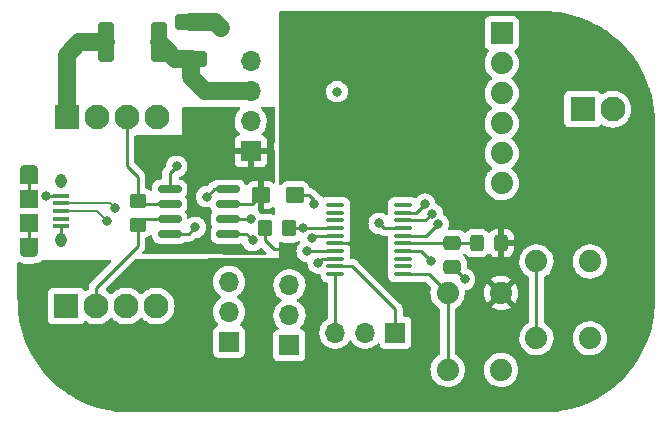
<source format=gbr>
%TF.GenerationSoftware,KiCad,Pcbnew,6.0.11-2627ca5db0~126~ubuntu22.04.1*%
%TF.CreationDate,2023-02-25T15:14:03-05:00*%
%TF.ProjectId,canbus-thermistor,63616e62-7573-42d7-9468-65726d697374,1.0*%
%TF.SameCoordinates,Original*%
%TF.FileFunction,Copper,L1,Top*%
%TF.FilePolarity,Positive*%
%FSLAX46Y46*%
G04 Gerber Fmt 4.6, Leading zero omitted, Abs format (unit mm)*
G04 Created by KiCad (PCBNEW 6.0.11-2627ca5db0~126~ubuntu22.04.1) date 2023-02-25 15:14:03*
%MOMM*%
%LPD*%
G01*
G04 APERTURE LIST*
G04 Aperture macros list*
%AMRoundRect*
0 Rectangle with rounded corners*
0 $1 Rounding radius*
0 $2 $3 $4 $5 $6 $7 $8 $9 X,Y pos of 4 corners*
0 Add a 4 corners polygon primitive as box body*
4,1,4,$2,$3,$4,$5,$6,$7,$8,$9,$2,$3,0*
0 Add four circle primitives for the rounded corners*
1,1,$1+$1,$2,$3*
1,1,$1+$1,$4,$5*
1,1,$1+$1,$6,$7*
1,1,$1+$1,$8,$9*
0 Add four rect primitives between the rounded corners*
20,1,$1+$1,$2,$3,$4,$5,0*
20,1,$1+$1,$4,$5,$6,$7,0*
20,1,$1+$1,$6,$7,$8,$9,0*
20,1,$1+$1,$8,$9,$2,$3,0*%
G04 Aperture macros list end*
%TA.AperFunction,ComponentPad*%
%ADD10R,1.700000X1.700000*%
%TD*%
%TA.AperFunction,ComponentPad*%
%ADD11O,1.700000X1.700000*%
%TD*%
%TA.AperFunction,ComponentPad*%
%ADD12R,1.879600X1.879600*%
%TD*%
%TA.AperFunction,ComponentPad*%
%ADD13C,1.879600*%
%TD*%
%TA.AperFunction,SMDPad,CuDef*%
%ADD14RoundRect,0.150000X0.825000X0.150000X-0.825000X0.150000X-0.825000X-0.150000X0.825000X-0.150000X0*%
%TD*%
%TA.AperFunction,SMDPad,CuDef*%
%ADD15RoundRect,0.100000X0.637500X0.100000X-0.637500X0.100000X-0.637500X-0.100000X0.637500X-0.100000X0*%
%TD*%
%TA.AperFunction,SMDPad,CuDef*%
%ADD16RoundRect,0.250000X0.450000X-0.350000X0.450000X0.350000X-0.450000X0.350000X-0.450000X-0.350000X0*%
%TD*%
%TA.AperFunction,SMDPad,CuDef*%
%ADD17RoundRect,0.250000X-0.350000X-0.450000X0.350000X-0.450000X0.350000X0.450000X-0.350000X0.450000X0*%
%TD*%
%TA.AperFunction,ComponentPad*%
%ADD18R,2.100000X2.100000*%
%TD*%
%TA.AperFunction,ComponentPad*%
%ADD19C,2.100000*%
%TD*%
%TA.AperFunction,SMDPad,CuDef*%
%ADD20R,1.350000X0.400000*%
%TD*%
%TA.AperFunction,SMDPad,CuDef*%
%ADD21R,1.550000X1.200000*%
%TD*%
%TA.AperFunction,ComponentPad*%
%ADD22O,0.950000X1.250000*%
%TD*%
%TA.AperFunction,SMDPad,CuDef*%
%ADD23R,1.550000X1.500000*%
%TD*%
%TA.AperFunction,ComponentPad*%
%ADD24O,1.550000X0.890000*%
%TD*%
%TA.AperFunction,SMDPad,CuDef*%
%ADD25RoundRect,0.250000X-0.325000X-0.450000X0.325000X-0.450000X0.325000X0.450000X-0.325000X0.450000X0*%
%TD*%
%TA.AperFunction,SMDPad,CuDef*%
%ADD26RoundRect,0.250000X-0.400000X-1.450000X0.400000X-1.450000X0.400000X1.450000X-0.400000X1.450000X0*%
%TD*%
%TA.AperFunction,SMDPad,CuDef*%
%ADD27RoundRect,0.250000X-0.537500X-0.425000X0.537500X-0.425000X0.537500X0.425000X-0.537500X0.425000X0*%
%TD*%
%TA.AperFunction,SMDPad,CuDef*%
%ADD28RoundRect,0.250000X1.100000X-0.412500X1.100000X0.412500X-1.100000X0.412500X-1.100000X-0.412500X0*%
%TD*%
%TA.AperFunction,SMDPad,CuDef*%
%ADD29RoundRect,0.250000X-0.475000X0.337500X-0.475000X-0.337500X0.475000X-0.337500X0.475000X0.337500X0*%
%TD*%
%TA.AperFunction,ViaPad*%
%ADD30C,0.800000*%
%TD*%
%TA.AperFunction,Conductor*%
%ADD31C,0.250000*%
%TD*%
%TA.AperFunction,Conductor*%
%ADD32C,1.500000*%
%TD*%
%TA.AperFunction,Conductor*%
%ADD33C,0.200000*%
%TD*%
G04 APERTURE END LIST*
D10*
%TO.P,U3,1,Vout*%
%TO.N,+5V*%
X75247300Y-81002600D03*
D11*
%TO.P,U3,2,GND*%
%TO.N,GND*%
X75247300Y-78462600D03*
%TO.P,U3,3,Vin*%
%TO.N,+12V*%
X75247300Y-75922600D03*
%TO.P,U3,4,EN*%
%TO.N,unconnected-(U3-Pad4)*%
X75247300Y-73382600D03*
%TD*%
D12*
%TO.P,J2,1,DTR*%
%TO.N,unconnected-(J2-Pad1)*%
X96500000Y-70990000D03*
D13*
%TO.P,J2,2,RXD*%
%TO.N,RXD2*%
X96500000Y-73530000D03*
%TO.P,J2,3,TXD*%
%TO.N,TXD2*%
X96500000Y-76070000D03*
%TO.P,J2,4,VCC*%
%TO.N,Net-(JP3-Pad1)*%
X96500000Y-78610000D03*
%TO.P,J2,5,CTS*%
%TO.N,unconnected-(J2-Pad5)*%
X96500000Y-81150000D03*
%TO.P,J2,6,GND*%
%TO.N,GND*%
X96500000Y-83690000D03*
%TD*%
D14*
%TO.P,U4,1,TXD*%
%TO.N,CAN_TX*%
X73325000Y-88015000D03*
%TO.P,U4,2,VSS*%
%TO.N,GND*%
X73325000Y-86745000D03*
%TO.P,U4,3,VDD*%
%TO.N,+5V*%
X73325000Y-85475000D03*
%TO.P,U4,4,RXD*%
%TO.N,CAN_RX*%
X73325000Y-84205000D03*
%TO.P,U4,5,Vio*%
%TO.N,+3V3*%
X68375000Y-84205000D03*
%TO.P,U4,6,CANL*%
%TO.N,CANL*%
X68375000Y-85475000D03*
%TO.P,U4,7,CANH*%
%TO.N,CANH*%
X68375000Y-86745000D03*
%TO.P,U4,8,STBY*%
%TO.N,CAN_STBY*%
X68375000Y-88015000D03*
%TD*%
D15*
%TO.P,U2,1,PB8*%
%TO.N,Net-(R1-Pad1)*%
X88125000Y-91400000D03*
%TO.P,U2,2,PF0*%
%TO.N,SDA1*%
X88125000Y-90750000D03*
%TO.P,U2,3,PF1*%
%TO.N,SCL1*%
X88125000Y-90100000D03*
%TO.P,U2,4,NRST*%
%TO.N,~{RESET}*%
X88125000Y-89450000D03*
%TO.P,U2,5,VDDA*%
%TO.N,/VDDA*%
X88125000Y-88800000D03*
%TO.P,U2,6,PA0*%
%TO.N,VTHERM*%
X88125000Y-88150000D03*
%TO.P,U2,7,PA1*%
%TO.N,VBAT_MON*%
X88125000Y-87500000D03*
%TO.P,U2,8,PA2*%
%TO.N,TXD2*%
X88125000Y-86850000D03*
%TO.P,U2,9,PA3*%
%TO.N,RXD2*%
X88125000Y-86200000D03*
%TO.P,U2,10,PA4*%
%TO.N,~{SPI1_SS}*%
X88125000Y-85550000D03*
%TO.P,U2,11,PA5*%
%TO.N,SPI1_SCK*%
X82400000Y-85550000D03*
%TO.P,U2,12,PA6*%
%TO.N,SPI1_MISO*%
X82400000Y-86200000D03*
%TO.P,U2,13,PA7*%
%TO.N,SPI1_MOSI*%
X82400000Y-86850000D03*
%TO.P,U2,14,PB1*%
%TO.N,CAN_STBY*%
X82400000Y-87500000D03*
%TO.P,U2,15,VSS*%
%TO.N,GND*%
X82400000Y-88150000D03*
%TO.P,U2,16,VDD*%
%TO.N,+3V3*%
X82400000Y-88800000D03*
%TO.P,U2,17,PA9/PA11*%
%TO.N,Net-(JP1-Pad2)*%
X82400000Y-89450000D03*
%TO.P,U2,18,PA10/PA12*%
%TO.N,Net-(JP2-Pad2)*%
X82400000Y-90100000D03*
%TO.P,U2,19,PA13*%
%TO.N,SWDIO*%
X82400000Y-90750000D03*
%TO.P,U2,20,PA14*%
%TO.N,SWDCLK*%
X82400000Y-91400000D03*
%TD*%
D13*
%TO.P,S2,1,1*%
%TO.N,GND*%
X103960600Y-90323800D03*
%TO.P,S2,2,1*%
%TO.N,unconnected-(S2-Pad2)*%
X103960600Y-96826200D03*
%TO.P,S2,3,2*%
%TO.N,~{RESET}*%
X99439400Y-90323800D03*
%TO.P,S2,4,2*%
%TO.N,unconnected-(S2-Pad4)*%
X99439400Y-96826200D03*
%TD*%
%TO.P,S1,1,1*%
%TO.N,+3V3*%
X96435600Y-92998800D03*
%TO.P,S1,2,1*%
%TO.N,unconnected-(S1-Pad2)*%
X96435600Y-99501200D03*
%TO.P,S1,3,2*%
%TO.N,Net-(R1-Pad1)*%
X91914400Y-92998800D03*
%TO.P,S1,4,2*%
%TO.N,unconnected-(S1-Pad4)*%
X91914400Y-99501200D03*
%TD*%
D16*
%TO.P,R6,1*%
%TO.N,CANH*%
X65700000Y-87200000D03*
%TO.P,R6,2*%
%TO.N,CANL*%
X65700000Y-85200000D03*
%TD*%
D17*
%TO.P,R5,1*%
%TO.N,+3V3*%
X76475000Y-87525000D03*
%TO.P,R5,2*%
%TO.N,CAN_STBY*%
X78475000Y-87525000D03*
%TD*%
D10*
%TO.P,JP2,1,A*%
%TO.N,CAN_TX*%
X78525000Y-97425000D03*
D11*
%TO.P,JP2,2,C*%
%TO.N,Net-(JP2-Pad2)*%
X78525000Y-94885000D03*
%TO.P,JP2,3,B*%
%TO.N,USB_D+*%
X78525000Y-92345000D03*
%TD*%
D10*
%TO.P,JP1,1,A*%
%TO.N,CAN_RX*%
X73400000Y-97140000D03*
D11*
%TO.P,JP1,2,C*%
%TO.N,Net-(JP1-Pad2)*%
X73400000Y-94600000D03*
%TO.P,JP1,3,B*%
%TO.N,USB_D-*%
X73400000Y-92060000D03*
%TD*%
D10*
%TO.P,J6,1,Pin_1*%
%TO.N,SWDIO*%
X87490000Y-96350000D03*
D11*
%TO.P,J6,2,Pin_2*%
%TO.N,GND*%
X84950000Y-96350000D03*
%TO.P,J6,3,Pin_3*%
%TO.N,SWDCLK*%
X82410000Y-96350000D03*
%TD*%
D18*
%TO.P,J5,1,Pin_1*%
%TO.N,+BATT*%
X59625000Y-94100000D03*
D19*
%TO.P,J5,2,Pin_2*%
%TO.N,CANH*%
X62165000Y-94100000D03*
%TO.P,J5,3,Pin_3*%
%TO.N,CANL*%
X64705000Y-94100000D03*
%TO.P,J5,4,Pin_4*%
%TO.N,GND*%
X67245000Y-94100000D03*
%TD*%
D18*
%TO.P,J4,1,Pin_1*%
%TO.N,+BATT*%
X59660000Y-78075000D03*
D19*
%TO.P,J4,2,Pin_2*%
%TO.N,CANH*%
X62200000Y-78075000D03*
%TO.P,J4,3,Pin_3*%
%TO.N,CANL*%
X64740000Y-78075000D03*
%TO.P,J4,4,Pin_4*%
%TO.N,GND*%
X67280000Y-78075000D03*
%TD*%
D18*
%TO.P,J3,1,Pin_1*%
%TO.N,VTHERM*%
X103350000Y-77425000D03*
D19*
%TO.P,J3,2,Pin_2*%
%TO.N,GND*%
X105890000Y-77425000D03*
%TD*%
D20*
%TO.P,J1,1,VBUS*%
%TO.N,VBUS*%
X59210000Y-84750000D03*
%TO.P,J1,2,D-*%
%TO.N,USB_D-*%
X59210000Y-85400000D03*
%TO.P,J1,3,D+*%
%TO.N,USB_D+*%
X59210000Y-86050000D03*
%TO.P,J1,4,ID*%
%TO.N,unconnected-(J1-Pad4)*%
X59210000Y-86700000D03*
%TO.P,J1,5,GND*%
%TO.N,GND*%
X59210000Y-87350000D03*
D21*
%TO.P,J1,6,Shield*%
X56510000Y-83150000D03*
D22*
X59210000Y-88550000D03*
D23*
X56510000Y-87050000D03*
D24*
X56510000Y-89550000D03*
D21*
X56510000Y-88950000D03*
D22*
X59210000Y-83550000D03*
D23*
X56510000Y-85050000D03*
D24*
X56510000Y-82550000D03*
%TD*%
D25*
%TO.P,FB1,1*%
%TO.N,/VDDA*%
X94400000Y-88775000D03*
%TO.P,FB1,2*%
%TO.N,+3V3*%
X96450000Y-88775000D03*
%TD*%
D26*
%TO.P,F1,1*%
%TO.N,+BATT*%
X63000000Y-71775000D03*
%TO.P,F1,2*%
%TO.N,+12V*%
X67450000Y-71775000D03*
%TD*%
D27*
%TO.P,C6,2*%
%TO.N,GND*%
X78975000Y-84725000D03*
%TO.P,C6,1*%
%TO.N,+5V*%
X76100000Y-84725000D03*
%TD*%
D28*
%TO.P,C5,1*%
%TO.N,+12V*%
X70225000Y-73175000D03*
%TO.P,C5,2*%
%TO.N,GND*%
X70225000Y-70050000D03*
%TD*%
D29*
%TO.P,C3,1*%
%TO.N,/VDDA*%
X92325000Y-88762500D03*
%TO.P,C3,2*%
%TO.N,GND*%
X92325000Y-90837500D03*
%TD*%
D30*
%TO.N,RXD2*%
X89990592Y-85482770D03*
%TO.N,TXD2*%
X90600000Y-86275000D03*
%TO.N,VBAT_MON*%
X86125000Y-87100000D03*
%TO.N,VTHERM*%
X91125000Y-87150000D03*
%TO.N,VBAT_MON*%
X82550000Y-75950000D03*
%TO.N,+3V3*%
X93575000Y-81950000D03*
X78750000Y-89250000D03*
%TO.N,GND*%
X80600000Y-85425000D03*
%TO.N,+3V3*%
X103450000Y-83900000D03*
X85100000Y-88800000D03*
%TO.N,GND*%
X93350000Y-91850000D03*
%TO.N,~{RESET}*%
X90475000Y-90300000D03*
%TO.N,GND*%
X72725000Y-70575000D03*
%TO.N,CAN_STBY*%
X79650000Y-87500000D03*
X70550000Y-87450000D03*
%TO.N,GND*%
X80450000Y-88350000D03*
%TO.N,Net-(JP2-Pad2)*%
X80950000Y-90450000D03*
%TO.N,Net-(JP1-Pad2)*%
X80025000Y-89475000D03*
%TO.N,CAN_TX*%
X75400000Y-88550000D03*
%TO.N,CAN_RX*%
X71525000Y-84850000D03*
%TO.N,GND*%
X75300000Y-86775000D03*
%TO.N,USB_D+*%
X63050000Y-86875000D03*
%TO.N,USB_D-*%
X63750000Y-85825000D03*
%TO.N,+3V3*%
X78150000Y-80600000D03*
X68975000Y-82275000D03*
%TO.N,VBUS*%
X57884502Y-84775000D03*
%TD*%
D31*
%TO.N,RXD2*%
X89273362Y-86200000D02*
X89990592Y-85482770D01*
X88125000Y-86200000D02*
X89273362Y-86200000D01*
%TO.N,TXD2*%
X90025000Y-86850000D02*
X90600000Y-86275000D01*
X88125000Y-86850000D02*
X90025000Y-86850000D01*
%TO.N,VBAT_MON*%
X86525000Y-87500000D02*
X86125000Y-87100000D01*
X88125000Y-87500000D02*
X86525000Y-87500000D01*
%TO.N,VTHERM*%
X90125000Y-88150000D02*
X91125000Y-87150000D01*
X88125000Y-88150000D02*
X90125000Y-88150000D01*
%TO.N,+3V3*%
X78750000Y-89250000D02*
X77175000Y-89250000D01*
X77175000Y-89250000D02*
X76475000Y-88550000D01*
X76475000Y-88550000D02*
X76475000Y-87525000D01*
%TO.N,+5V*%
X73325000Y-85475000D02*
X75350000Y-85475000D01*
X75350000Y-85475000D02*
X76100000Y-84725000D01*
%TO.N,GND*%
X78975000Y-84725000D02*
X80175000Y-84725000D01*
X80600000Y-85150000D02*
X80600000Y-85425000D01*
X80175000Y-84725000D02*
X80600000Y-85150000D01*
%TO.N,CAN_STBY*%
X78475000Y-87525000D02*
X79625000Y-87525000D01*
X79625000Y-87525000D02*
X79650000Y-87500000D01*
%TO.N,+3V3*%
X84700000Y-88800000D02*
X85100000Y-88800000D01*
%TO.N,/VDDA*%
X94400000Y-88775000D02*
X92337500Y-88775000D01*
X92337500Y-88775000D02*
X92325000Y-88762500D01*
X88125000Y-88800000D02*
X92287500Y-88800000D01*
X92287500Y-88800000D02*
X92325000Y-88762500D01*
%TO.N,GND*%
X92337500Y-90837500D02*
X93350000Y-91850000D01*
X92325000Y-90837500D02*
X92337500Y-90837500D01*
%TO.N,~{RESET}*%
X89625000Y-89450000D02*
X90475000Y-90300000D01*
X88125000Y-89450000D02*
X89625000Y-89450000D01*
X99439400Y-90323800D02*
X99439400Y-96826200D01*
%TO.N,Net-(R1-Pad1)*%
X91914400Y-92998800D02*
X91914400Y-99501200D01*
X88125000Y-91400000D02*
X90315600Y-91400000D01*
X90315600Y-91400000D02*
X91914400Y-92998800D01*
%TO.N,SWDIO*%
X82400000Y-90750000D02*
X83850000Y-90750000D01*
X83850000Y-90750000D02*
X87490000Y-94390000D01*
X87490000Y-94390000D02*
X87490000Y-96350000D01*
%TO.N,SWDCLK*%
X82400000Y-91400000D02*
X82410000Y-91410000D01*
X82410000Y-91410000D02*
X82410000Y-96350000D01*
%TO.N,+3V3*%
X82400000Y-88800000D02*
X84700000Y-88800000D01*
D32*
%TO.N,+12V*%
X67450000Y-71775000D02*
X68850000Y-73175000D01*
X68850000Y-73175000D02*
X70225000Y-73175000D01*
X70225000Y-73175000D02*
X70225000Y-74750000D01*
X71397600Y-75922600D02*
X75247300Y-75922600D01*
X70225000Y-74750000D02*
X71397600Y-75922600D01*
%TO.N,GND*%
X72200000Y-70050000D02*
X72725000Y-70575000D01*
X70225000Y-70050000D02*
X72200000Y-70050000D01*
D31*
%TO.N,CAN_STBY*%
X78100000Y-87500000D02*
X79650000Y-87500000D01*
X82400000Y-87500000D02*
X79650000Y-87500000D01*
X69985000Y-88015000D02*
X70550000Y-87450000D01*
X68375000Y-88015000D02*
X69985000Y-88015000D01*
%TO.N,GND*%
X80650000Y-88150000D02*
X80450000Y-88350000D01*
X82400000Y-88150000D02*
X80650000Y-88150000D01*
%TO.N,Net-(JP1-Pad2)*%
X80025000Y-89475000D02*
X80050000Y-89450000D01*
X80050000Y-89450000D02*
X82400000Y-89450000D01*
%TO.N,Net-(JP2-Pad2)*%
X81300000Y-90100000D02*
X80950000Y-90450000D01*
X82400000Y-90100000D02*
X81300000Y-90100000D01*
%TO.N,CAN_TX*%
X74865000Y-88015000D02*
X75400000Y-88550000D01*
X73325000Y-88015000D02*
X74865000Y-88015000D01*
%TO.N,CAN_RX*%
X72170000Y-84205000D02*
X71525000Y-84850000D01*
X73325000Y-84205000D02*
X72170000Y-84205000D01*
%TO.N,GND*%
X75300000Y-86775000D02*
X73355000Y-86775000D01*
X73355000Y-86775000D02*
X73325000Y-86745000D01*
%TO.N,CANH*%
X65700000Y-87200000D02*
X65700000Y-89000000D01*
X65700000Y-89000000D02*
X62165000Y-92535000D01*
X62165000Y-92535000D02*
X62165000Y-94100000D01*
%TO.N,CANL*%
X65700000Y-85200000D02*
X65700000Y-83200000D01*
X65700000Y-83200000D02*
X64740000Y-82240000D01*
X64740000Y-82240000D02*
X64740000Y-78075000D01*
%TO.N,CANH*%
X68375000Y-86745000D02*
X66155000Y-86745000D01*
X66155000Y-86745000D02*
X65700000Y-87200000D01*
%TO.N,CANL*%
X68375000Y-85475000D02*
X65975000Y-85475000D01*
X65975000Y-85475000D02*
X65700000Y-85200000D01*
%TO.N,+3V3*%
X68375000Y-84205000D02*
X68375000Y-82875000D01*
X68375000Y-82875000D02*
X68975000Y-82275000D01*
D33*
%TO.N,USB_D+*%
X62225000Y-86050000D02*
X63050000Y-86875000D01*
X59210000Y-86050000D02*
X62225000Y-86050000D01*
%TO.N,USB_D-*%
X63325000Y-85400000D02*
X63750000Y-85825000D01*
X59210000Y-85400000D02*
X63325000Y-85400000D01*
D31*
%TO.N,VBUS*%
X59210000Y-84750000D02*
X57909502Y-84750000D01*
X57909502Y-84750000D02*
X57884502Y-84775000D01*
%TO.N,GND*%
X59210000Y-87350000D02*
X59210000Y-88550000D01*
X56510000Y-87050000D02*
X56510000Y-89550000D01*
X56510000Y-85050000D02*
X56510000Y-82550000D01*
D32*
%TO.N,+BATT*%
X59660000Y-72840000D02*
X60725000Y-71775000D01*
X59660000Y-78075000D02*
X59660000Y-72840000D01*
X60725000Y-71775000D02*
X63000000Y-71775000D01*
D31*
X59625000Y-78110000D02*
X59660000Y-78075000D01*
%TD*%
%TA.AperFunction,Conductor*%
%TO.N,+3V3*%
G36*
X99961286Y-69127468D02*
G01*
X99976119Y-69129778D01*
X99976123Y-69129778D01*
X99984992Y-69131159D01*
X99993894Y-69129995D01*
X99993896Y-69129995D01*
X100001692Y-69128975D01*
X100008105Y-69128137D01*
X100028397Y-69127135D01*
X100583286Y-69144573D01*
X100591185Y-69145070D01*
X101001408Y-69183847D01*
X101176931Y-69200439D01*
X101184770Y-69201429D01*
X101431794Y-69240554D01*
X101765900Y-69293471D01*
X101773656Y-69294950D01*
X102347874Y-69423304D01*
X102355495Y-69425261D01*
X102920514Y-69589414D01*
X102928017Y-69591852D01*
X103043561Y-69633450D01*
X103481597Y-69791153D01*
X103488956Y-69794067D01*
X103913751Y-69977891D01*
X103969617Y-70002066D01*
X104028916Y-70027727D01*
X104036064Y-70031090D01*
X104513980Y-70274600D01*
X104560317Y-70298210D01*
X104567253Y-70302024D01*
X105073667Y-70601517D01*
X105080335Y-70605748D01*
X105289876Y-70748152D01*
X105566950Y-70936451D01*
X105573354Y-70941103D01*
X106038271Y-71301729D01*
X106044340Y-71306751D01*
X106277473Y-71512285D01*
X106485676Y-71695841D01*
X106491446Y-71701259D01*
X106907479Y-72117291D01*
X106912898Y-72123062D01*
X107301974Y-72564382D01*
X107307020Y-72570481D01*
X107338136Y-72610595D01*
X107662056Y-73028191D01*
X107667629Y-73035376D01*
X107672276Y-73041772D01*
X107752597Y-73159961D01*
X108002989Y-73528401D01*
X108007230Y-73535085D01*
X108306714Y-74041483D01*
X108310528Y-74048419D01*
X108577648Y-74572672D01*
X108581004Y-74579804D01*
X108814679Y-75119795D01*
X108817581Y-75127123D01*
X109006087Y-75650721D01*
X109016883Y-75680707D01*
X109019325Y-75688223D01*
X109091949Y-75938195D01*
X109183472Y-76253219D01*
X109185440Y-76260886D01*
X109313787Y-76835076D01*
X109315270Y-76842844D01*
X109403443Y-77399546D01*
X109407309Y-77423957D01*
X109408301Y-77431810D01*
X109463670Y-78017550D01*
X109464167Y-78025450D01*
X109481366Y-78572749D01*
X109479928Y-78596089D01*
X109477577Y-78611192D01*
X109478741Y-78620094D01*
X109478741Y-78620096D01*
X109481704Y-78642751D01*
X109482768Y-78659089D01*
X109482768Y-93568101D01*
X109481268Y-93587486D01*
X109478958Y-93602319D01*
X109478958Y-93602323D01*
X109477577Y-93611192D01*
X109478741Y-93620094D01*
X109478741Y-93620096D01*
X109480599Y-93634302D01*
X109481601Y-93654597D01*
X109464163Y-94209486D01*
X109463666Y-94217385D01*
X109424704Y-94629570D01*
X109409566Y-94789715D01*
X109408298Y-94803125D01*
X109407307Y-94810970D01*
X109378714Y-94991500D01*
X109315265Y-95392100D01*
X109313786Y-95399856D01*
X109185432Y-95974073D01*
X109183475Y-95981694D01*
X109019888Y-96544767D01*
X109019326Y-96546701D01*
X109016884Y-96554217D01*
X108948124Y-96745206D01*
X108817583Y-97107797D01*
X108814669Y-97115156D01*
X108581009Y-97655116D01*
X108577646Y-97662264D01*
X108398761Y-98013344D01*
X108310531Y-98186504D01*
X108306718Y-98193440D01*
X108007221Y-98699863D01*
X108002979Y-98706547D01*
X107954693Y-98777598D01*
X107672280Y-99193156D01*
X107672279Y-99193157D01*
X107667632Y-99199553D01*
X107307007Y-99664469D01*
X107301985Y-99670538D01*
X106979627Y-100036182D01*
X106912888Y-100111882D01*
X106907469Y-100117652D01*
X106491452Y-100533669D01*
X106485682Y-100539088D01*
X106044338Y-100928185D01*
X106038269Y-100933207D01*
X105885778Y-101051491D01*
X105573360Y-101293827D01*
X105566957Y-101298479D01*
X105080347Y-101629179D01*
X105073663Y-101633421D01*
X104567240Y-101932918D01*
X104560306Y-101936730D01*
X104036064Y-102203846D01*
X104028916Y-102207209D01*
X103488956Y-102440869D01*
X103481597Y-102443783D01*
X103204813Y-102543431D01*
X102928017Y-102643084D01*
X102920513Y-102645522D01*
X102355494Y-102809675D01*
X102347873Y-102811632D01*
X101773656Y-102939986D01*
X101765900Y-102941465D01*
X101431794Y-102994382D01*
X101184770Y-103033507D01*
X101176931Y-103034497D01*
X101011993Y-103050088D01*
X100591185Y-103089866D01*
X100583286Y-103090363D01*
X100035968Y-103107563D01*
X100012626Y-103106125D01*
X100006418Y-103105158D01*
X100006413Y-103105158D01*
X99997544Y-103103777D01*
X99988642Y-103104941D01*
X99988640Y-103104941D01*
X99974434Y-103106799D01*
X99965982Y-103107904D01*
X99949647Y-103108968D01*
X65040635Y-103108968D01*
X65021250Y-103107468D01*
X65006417Y-103105158D01*
X65006413Y-103105158D01*
X64997544Y-103103777D01*
X64988642Y-103104941D01*
X64988640Y-103104941D01*
X64980844Y-103105961D01*
X64974431Y-103106799D01*
X64954139Y-103107801D01*
X64399250Y-103090363D01*
X64391350Y-103089866D01*
X64054942Y-103058066D01*
X63805601Y-103034496D01*
X63797766Y-103033506D01*
X63216644Y-102941466D01*
X63208876Y-102939983D01*
X62634686Y-102811636D01*
X62627019Y-102809668D01*
X62356376Y-102731039D01*
X62062023Y-102645522D01*
X62054520Y-102643084D01*
X61500924Y-102443777D01*
X61493594Y-102440875D01*
X60953604Y-102207201D01*
X60946472Y-102203845D01*
X60422231Y-101936730D01*
X60415295Y-101932917D01*
X59908873Y-101633420D01*
X59902190Y-101629178D01*
X59415579Y-101298478D01*
X59409182Y-101293831D01*
X58944266Y-100933206D01*
X58938197Y-100928184D01*
X58496861Y-100539094D01*
X58491091Y-100533676D01*
X58075058Y-100117644D01*
X58069639Y-100111873D01*
X57680550Y-99670538D01*
X57675528Y-99664469D01*
X57314902Y-99199552D01*
X57310255Y-99193156D01*
X56979547Y-98706534D01*
X56975306Y-98699850D01*
X56675822Y-98193452D01*
X56672008Y-98186516D01*
X56658437Y-98159882D01*
X56404888Y-97662263D01*
X56401532Y-97655131D01*
X56167857Y-97115140D01*
X56164955Y-97107811D01*
X55965648Y-96554216D01*
X55963206Y-96546701D01*
X55962645Y-96544767D01*
X55799057Y-95981694D01*
X55797100Y-95974073D01*
X55668746Y-95399856D01*
X55667267Y-95392100D01*
X55613839Y-95054771D01*
X55575224Y-94810969D01*
X55574233Y-94803125D01*
X55572966Y-94789715D01*
X55537951Y-94419297D01*
X55518865Y-94217386D01*
X55518368Y-94209486D01*
X55501168Y-93662199D01*
X55502606Y-93638856D01*
X55503578Y-93632616D01*
X55503578Y-93632613D01*
X55504959Y-93623744D01*
X55502753Y-93606870D01*
X55500832Y-93592185D01*
X55499768Y-93575847D01*
X55499768Y-90479761D01*
X55519770Y-90411640D01*
X55573426Y-90365147D01*
X55643700Y-90355043D01*
X55698038Y-90376548D01*
X55712427Y-90386623D01*
X55770238Y-90411640D01*
X55858883Y-90450000D01*
X55890204Y-90463554D01*
X55896452Y-90464859D01*
X55896451Y-90464859D01*
X56075073Y-90502176D01*
X56075077Y-90502176D01*
X56079818Y-90503167D01*
X56086172Y-90503500D01*
X56888408Y-90503500D01*
X56934161Y-90498853D01*
X57026368Y-90489487D01*
X57026370Y-90489487D01*
X57032716Y-90488842D01*
X57217561Y-90430915D01*
X57386982Y-90337003D01*
X57391824Y-90332853D01*
X57391831Y-90332848D01*
X57487901Y-90250506D01*
X57552640Y-90221362D01*
X57568826Y-90220179D01*
X63327466Y-90171377D01*
X63395753Y-90190801D01*
X63442699Y-90244060D01*
X63453398Y-90314246D01*
X63424453Y-90379075D01*
X63417628Y-90386467D01*
X61772747Y-92031348D01*
X61764461Y-92038888D01*
X61757982Y-92043000D01*
X61752557Y-92048777D01*
X61711357Y-92092651D01*
X61708602Y-92095493D01*
X61688865Y-92115230D01*
X61686385Y-92118427D01*
X61678682Y-92127447D01*
X61648414Y-92159679D01*
X61644595Y-92166625D01*
X61644593Y-92166628D01*
X61638652Y-92177434D01*
X61627801Y-92193953D01*
X61615386Y-92209959D01*
X61612241Y-92217228D01*
X61612238Y-92217232D01*
X61597826Y-92250537D01*
X61592609Y-92261187D01*
X61571305Y-92299940D01*
X61569334Y-92307615D01*
X61569334Y-92307616D01*
X61566267Y-92319562D01*
X61559863Y-92338266D01*
X61551819Y-92356855D01*
X61550580Y-92364678D01*
X61550577Y-92364688D01*
X61544901Y-92400524D01*
X61542495Y-92412144D01*
X61533472Y-92447289D01*
X61531500Y-92454970D01*
X61531500Y-92475224D01*
X61529949Y-92494934D01*
X61526780Y-92514943D01*
X61527526Y-92522835D01*
X61530941Y-92558961D01*
X61531500Y-92570819D01*
X61531500Y-92591454D01*
X61511498Y-92659575D01*
X61462703Y-92703721D01*
X61459846Y-92705177D01*
X61455268Y-92707073D01*
X61451044Y-92709662D01*
X61451043Y-92709662D01*
X61277788Y-92815832D01*
X61209255Y-92834370D01*
X61141578Y-92812913D01*
X61111128Y-92783965D01*
X61098179Y-92766687D01*
X61038261Y-92686739D01*
X60921705Y-92599385D01*
X60785316Y-92548255D01*
X60723134Y-92541500D01*
X58526866Y-92541500D01*
X58464684Y-92548255D01*
X58328295Y-92599385D01*
X58211739Y-92686739D01*
X58124385Y-92803295D01*
X58073255Y-92939684D01*
X58066500Y-93001866D01*
X58066500Y-95198134D01*
X58073255Y-95260316D01*
X58124385Y-95396705D01*
X58211739Y-95513261D01*
X58328295Y-95600615D01*
X58464684Y-95651745D01*
X58526866Y-95658500D01*
X60723134Y-95658500D01*
X60785316Y-95651745D01*
X60921705Y-95600615D01*
X61038261Y-95513261D01*
X61111128Y-95416035D01*
X61167988Y-95373521D01*
X61238806Y-95368496D01*
X61277788Y-95384168D01*
X61303420Y-95399875D01*
X61455268Y-95492927D01*
X61526946Y-95522617D01*
X61677335Y-95584911D01*
X61677337Y-95584912D01*
X61681908Y-95586805D01*
X61716997Y-95595229D01*
X61915630Y-95642917D01*
X61915636Y-95642918D01*
X61920443Y-95644072D01*
X62165000Y-95663319D01*
X62409557Y-95644072D01*
X62414364Y-95642918D01*
X62414370Y-95642917D01*
X62613003Y-95595229D01*
X62648092Y-95586805D01*
X62652663Y-95584912D01*
X62652665Y-95584911D01*
X62803054Y-95522617D01*
X62874732Y-95492927D01*
X63026580Y-95399875D01*
X63079670Y-95367342D01*
X63079673Y-95367340D01*
X63083896Y-95364752D01*
X63101347Y-95349848D01*
X63266677Y-95208641D01*
X63270433Y-95205433D01*
X63319358Y-95148150D01*
X63339189Y-95124931D01*
X63398640Y-95086122D01*
X63469635Y-95085616D01*
X63530811Y-95124931D01*
X63550642Y-95148150D01*
X63599567Y-95205433D01*
X63603323Y-95208641D01*
X63768654Y-95349848D01*
X63786104Y-95364752D01*
X63790327Y-95367340D01*
X63790330Y-95367342D01*
X63843420Y-95399875D01*
X63995268Y-95492927D01*
X64066946Y-95522617D01*
X64217335Y-95584911D01*
X64217337Y-95584912D01*
X64221908Y-95586805D01*
X64256997Y-95595229D01*
X64455630Y-95642917D01*
X64455636Y-95642918D01*
X64460443Y-95644072D01*
X64705000Y-95663319D01*
X64949557Y-95644072D01*
X64954364Y-95642918D01*
X64954370Y-95642917D01*
X65153003Y-95595229D01*
X65188092Y-95586805D01*
X65192663Y-95584912D01*
X65192665Y-95584911D01*
X65343054Y-95522617D01*
X65414732Y-95492927D01*
X65566580Y-95399875D01*
X65619670Y-95367342D01*
X65619673Y-95367340D01*
X65623896Y-95364752D01*
X65641347Y-95349848D01*
X65806677Y-95208641D01*
X65810433Y-95205433D01*
X65859358Y-95148150D01*
X65879189Y-95124931D01*
X65938640Y-95086122D01*
X66009635Y-95085616D01*
X66070811Y-95124931D01*
X66090642Y-95148150D01*
X66139567Y-95205433D01*
X66143323Y-95208641D01*
X66308654Y-95349848D01*
X66326104Y-95364752D01*
X66330327Y-95367340D01*
X66330330Y-95367342D01*
X66383420Y-95399875D01*
X66535268Y-95492927D01*
X66606946Y-95522617D01*
X66757335Y-95584911D01*
X66757337Y-95584912D01*
X66761908Y-95586805D01*
X66796997Y-95595229D01*
X66995630Y-95642917D01*
X66995636Y-95642918D01*
X67000443Y-95644072D01*
X67245000Y-95663319D01*
X67489557Y-95644072D01*
X67494364Y-95642918D01*
X67494370Y-95642917D01*
X67693003Y-95595229D01*
X67728092Y-95586805D01*
X67732663Y-95584912D01*
X67732665Y-95584911D01*
X67883054Y-95522617D01*
X67954732Y-95492927D01*
X68106580Y-95399875D01*
X68159670Y-95367342D01*
X68159673Y-95367340D01*
X68163896Y-95364752D01*
X68181347Y-95349848D01*
X68346677Y-95208641D01*
X68350433Y-95205433D01*
X68399358Y-95148150D01*
X68506535Y-95022663D01*
X68506537Y-95022660D01*
X68509752Y-95018896D01*
X68513718Y-95012425D01*
X68562008Y-94933621D01*
X68637927Y-94809732D01*
X68714617Y-94624588D01*
X68729911Y-94587665D01*
X68729912Y-94587663D01*
X68731805Y-94583092D01*
X68735742Y-94566695D01*
X72037251Y-94566695D01*
X72037548Y-94571848D01*
X72037548Y-94571851D01*
X72043202Y-94669908D01*
X72050110Y-94789715D01*
X72051247Y-94794761D01*
X72051248Y-94794767D01*
X72062921Y-94846562D01*
X72099222Y-95007639D01*
X72137461Y-95101811D01*
X72177174Y-95199612D01*
X72183266Y-95214616D01*
X72211271Y-95260316D01*
X72295362Y-95397540D01*
X72299987Y-95405088D01*
X72446250Y-95573938D01*
X72450230Y-95577242D01*
X72454981Y-95581187D01*
X72494616Y-95640090D01*
X72496113Y-95711071D01*
X72458997Y-95771593D01*
X72418724Y-95796112D01*
X72303295Y-95839385D01*
X72186739Y-95926739D01*
X72099385Y-96043295D01*
X72048255Y-96179684D01*
X72041500Y-96241866D01*
X72041500Y-98038134D01*
X72048255Y-98100316D01*
X72099385Y-98236705D01*
X72186739Y-98353261D01*
X72303295Y-98440615D01*
X72439684Y-98491745D01*
X72501866Y-98498500D01*
X74298134Y-98498500D01*
X74360316Y-98491745D01*
X74496705Y-98440615D01*
X74613261Y-98353261D01*
X74700615Y-98236705D01*
X74751745Y-98100316D01*
X74758500Y-98038134D01*
X74758500Y-96241866D01*
X74751745Y-96179684D01*
X74700615Y-96043295D01*
X74613261Y-95926739D01*
X74496705Y-95839385D01*
X74484132Y-95834672D01*
X74378203Y-95794960D01*
X74321439Y-95752318D01*
X74296739Y-95685756D01*
X74311947Y-95616408D01*
X74333493Y-95587727D01*
X74403186Y-95518277D01*
X74438096Y-95483489D01*
X74489107Y-95412500D01*
X74565435Y-95306277D01*
X74568453Y-95302077D01*
X74589093Y-95260316D01*
X74665136Y-95106453D01*
X74665137Y-95106451D01*
X74667430Y-95101811D01*
X74701351Y-94990165D01*
X74730865Y-94893023D01*
X74730865Y-94893021D01*
X74732370Y-94888069D01*
X74737159Y-94851695D01*
X77162251Y-94851695D01*
X77162548Y-94856848D01*
X77162548Y-94856851D01*
X77173960Y-95054771D01*
X77175110Y-95074715D01*
X77176247Y-95079761D01*
X77176248Y-95079767D01*
X77196119Y-95167939D01*
X77224222Y-95292639D01*
X77283313Y-95438163D01*
X77306319Y-95494820D01*
X77308266Y-95499616D01*
X77319925Y-95518642D01*
X77419648Y-95681375D01*
X77424987Y-95690088D01*
X77571250Y-95858938D01*
X77575230Y-95862242D01*
X77579981Y-95866187D01*
X77619616Y-95925090D01*
X77621113Y-95996071D01*
X77583997Y-96056593D01*
X77543725Y-96081112D01*
X77458486Y-96113067D01*
X77428295Y-96124385D01*
X77311739Y-96211739D01*
X77224385Y-96328295D01*
X77173255Y-96464684D01*
X77166500Y-96526866D01*
X77166500Y-98323134D01*
X77173255Y-98385316D01*
X77224385Y-98521705D01*
X77311739Y-98638261D01*
X77428295Y-98725615D01*
X77564684Y-98776745D01*
X77626866Y-98783500D01*
X79423134Y-98783500D01*
X79485316Y-98776745D01*
X79621705Y-98725615D01*
X79738261Y-98638261D01*
X79825615Y-98521705D01*
X79876745Y-98385316D01*
X79883500Y-98323134D01*
X79883500Y-96526866D01*
X79876745Y-96464684D01*
X79825615Y-96328295D01*
X79738261Y-96211739D01*
X79621705Y-96124385D01*
X79609132Y-96119672D01*
X79503203Y-96079960D01*
X79446439Y-96037318D01*
X79421739Y-95970756D01*
X79436947Y-95901408D01*
X79458493Y-95872727D01*
X79559435Y-95772137D01*
X79563096Y-95768489D01*
X79622594Y-95685689D01*
X79690435Y-95591277D01*
X79693453Y-95587077D01*
X79725863Y-95521501D01*
X79790136Y-95391453D01*
X79790137Y-95391451D01*
X79792430Y-95386811D01*
X79844747Y-95214616D01*
X79855865Y-95178023D01*
X79855865Y-95178021D01*
X79857370Y-95173069D01*
X79886529Y-94951590D01*
X79888156Y-94885000D01*
X79869852Y-94662361D01*
X79815431Y-94445702D01*
X79726354Y-94240840D01*
X79654199Y-94129305D01*
X79607822Y-94057617D01*
X79607820Y-94057614D01*
X79605014Y-94053277D01*
X79454670Y-93888051D01*
X79450619Y-93884852D01*
X79450615Y-93884848D01*
X79283414Y-93752800D01*
X79283410Y-93752798D01*
X79279359Y-93749598D01*
X79238053Y-93726796D01*
X79188084Y-93676364D01*
X79173312Y-93606921D01*
X79198428Y-93540516D01*
X79225780Y-93513909D01*
X79290422Y-93467800D01*
X79404860Y-93386173D01*
X79427906Y-93363208D01*
X79559435Y-93232137D01*
X79563096Y-93228489D01*
X79569573Y-93219476D01*
X79690435Y-93051277D01*
X79693453Y-93047077D01*
X79710982Y-93011611D01*
X79790136Y-92851453D01*
X79790137Y-92851451D01*
X79792430Y-92846811D01*
X79845162Y-92673250D01*
X79855865Y-92638023D01*
X79855865Y-92638021D01*
X79857370Y-92633069D01*
X79886529Y-92411590D01*
X79886656Y-92406389D01*
X79888074Y-92348365D01*
X79888074Y-92348361D01*
X79888156Y-92345000D01*
X79869852Y-92122361D01*
X79815431Y-91905702D01*
X79726354Y-91700840D01*
X79651288Y-91584806D01*
X79607822Y-91517617D01*
X79607820Y-91517614D01*
X79605014Y-91513277D01*
X79454670Y-91348051D01*
X79450619Y-91344852D01*
X79450615Y-91344848D01*
X79283414Y-91212800D01*
X79283410Y-91212798D01*
X79279359Y-91209598D01*
X79083789Y-91101638D01*
X79078920Y-91099914D01*
X79078916Y-91099912D01*
X78878087Y-91028795D01*
X78878083Y-91028794D01*
X78873212Y-91027069D01*
X78868119Y-91026162D01*
X78868116Y-91026161D01*
X78658373Y-90988800D01*
X78658367Y-90988799D01*
X78653284Y-90987894D01*
X78575525Y-90986944D01*
X78435081Y-90985228D01*
X78435079Y-90985228D01*
X78429911Y-90985165D01*
X78209091Y-91018955D01*
X77996756Y-91088357D01*
X77966443Y-91104137D01*
X77809169Y-91186009D01*
X77798607Y-91191507D01*
X77794474Y-91194610D01*
X77794471Y-91194612D01*
X77632652Y-91316109D01*
X77619965Y-91325635D01*
X77465629Y-91487138D01*
X77462715Y-91491410D01*
X77462714Y-91491411D01*
X77444838Y-91517617D01*
X77339743Y-91671680D01*
X77324993Y-91703456D01*
X77253923Y-91856565D01*
X77245688Y-91874305D01*
X77185989Y-92089570D01*
X77162251Y-92311695D01*
X77162548Y-92316848D01*
X77162548Y-92316851D01*
X77168011Y-92411590D01*
X77175110Y-92534715D01*
X77176247Y-92539761D01*
X77176248Y-92539767D01*
X77198215Y-92637237D01*
X77224222Y-92752639D01*
X77271467Y-92868990D01*
X77301718Y-92943489D01*
X77308266Y-92959616D01*
X77351416Y-93030031D01*
X77403108Y-93114384D01*
X77424987Y-93150088D01*
X77571250Y-93318938D01*
X77743126Y-93461632D01*
X77813595Y-93502811D01*
X77816445Y-93504476D01*
X77865169Y-93556114D01*
X77878240Y-93625897D01*
X77851509Y-93691669D01*
X77811055Y-93725027D01*
X77798607Y-93731507D01*
X77794474Y-93734610D01*
X77794471Y-93734612D01*
X77626968Y-93860377D01*
X77619965Y-93865635D01*
X77616393Y-93869373D01*
X77506554Y-93984313D01*
X77465629Y-94027138D01*
X77462715Y-94031410D01*
X77462714Y-94031411D01*
X77458822Y-94037117D01*
X77339743Y-94211680D01*
X77306873Y-94282493D01*
X77273635Y-94354099D01*
X77245688Y-94414305D01*
X77185989Y-94629570D01*
X77162251Y-94851695D01*
X74737159Y-94851695D01*
X74761529Y-94666590D01*
X74762555Y-94624588D01*
X74763074Y-94603365D01*
X74763074Y-94603361D01*
X74763156Y-94600000D01*
X74744852Y-94377361D01*
X74690431Y-94160702D01*
X74601354Y-93955840D01*
X74480014Y-93768277D01*
X74329670Y-93603051D01*
X74325619Y-93599852D01*
X74325615Y-93599848D01*
X74158414Y-93467800D01*
X74158410Y-93467798D01*
X74154359Y-93464598D01*
X74113053Y-93441796D01*
X74063084Y-93391364D01*
X74048312Y-93321921D01*
X74073428Y-93255516D01*
X74100780Y-93228909D01*
X74155794Y-93189668D01*
X74279860Y-93101173D01*
X74306056Y-93075069D01*
X74382591Y-92998800D01*
X74438096Y-92943489D01*
X74497594Y-92860689D01*
X74565435Y-92766277D01*
X74568453Y-92762077D01*
X74571541Y-92755830D01*
X74665136Y-92566453D01*
X74665137Y-92566451D01*
X74667430Y-92561811D01*
X74712063Y-92414908D01*
X74730865Y-92353023D01*
X74730865Y-92353021D01*
X74732370Y-92348069D01*
X74761529Y-92126590D01*
X74762150Y-92101171D01*
X74763074Y-92063365D01*
X74763074Y-92063361D01*
X74763156Y-92060000D01*
X74744852Y-91837361D01*
X74690431Y-91620702D01*
X74601354Y-91415840D01*
X74497967Y-91256028D01*
X74482822Y-91232617D01*
X74482820Y-91232614D01*
X74480014Y-91228277D01*
X74329670Y-91063051D01*
X74325619Y-91059852D01*
X74325615Y-91059848D01*
X74158414Y-90927800D01*
X74158410Y-90927798D01*
X74154359Y-90924598D01*
X73958789Y-90816638D01*
X73953920Y-90814914D01*
X73953916Y-90814912D01*
X73753087Y-90743795D01*
X73753083Y-90743794D01*
X73748212Y-90742069D01*
X73743119Y-90741162D01*
X73743116Y-90741161D01*
X73533373Y-90703800D01*
X73533367Y-90703799D01*
X73528284Y-90702894D01*
X73454452Y-90701992D01*
X73310081Y-90700228D01*
X73310079Y-90700228D01*
X73304911Y-90700165D01*
X73084091Y-90733955D01*
X72871756Y-90803357D01*
X72841443Y-90819137D01*
X72697685Y-90893973D01*
X72673607Y-90906507D01*
X72669474Y-90909610D01*
X72669471Y-90909612D01*
X72513418Y-91026780D01*
X72494965Y-91040635D01*
X72491393Y-91044373D01*
X72398911Y-91141150D01*
X72340629Y-91202138D01*
X72214743Y-91386680D01*
X72199003Y-91420590D01*
X72128677Y-91572095D01*
X72120688Y-91589305D01*
X72060989Y-91804570D01*
X72037251Y-92026695D01*
X72037548Y-92031848D01*
X72037548Y-92031851D01*
X72045942Y-92177434D01*
X72050110Y-92249715D01*
X72051247Y-92254761D01*
X72051248Y-92254767D01*
X72063236Y-92307958D01*
X72099222Y-92467639D01*
X72151438Y-92596233D01*
X72177159Y-92659575D01*
X72183266Y-92674616D01*
X72208693Y-92716109D01*
X72280115Y-92832659D01*
X72299987Y-92865088D01*
X72446250Y-93033938D01*
X72618126Y-93176632D01*
X72659921Y-93201055D01*
X72691445Y-93219476D01*
X72740169Y-93271114D01*
X72753240Y-93340897D01*
X72726509Y-93406669D01*
X72686055Y-93440027D01*
X72673607Y-93446507D01*
X72669474Y-93449610D01*
X72669471Y-93449612D01*
X72501342Y-93575847D01*
X72494965Y-93580635D01*
X72340629Y-93742138D01*
X72337715Y-93746410D01*
X72337714Y-93746411D01*
X72286853Y-93820971D01*
X72214743Y-93926680D01*
X72199599Y-93959305D01*
X72129448Y-94110434D01*
X72120688Y-94129305D01*
X72060989Y-94344570D01*
X72037251Y-94566695D01*
X68735742Y-94566695D01*
X68761372Y-94459938D01*
X68787917Y-94349370D01*
X68787918Y-94349364D01*
X68789072Y-94344557D01*
X68808319Y-94100000D01*
X68789072Y-93855443D01*
X68780372Y-93819202D01*
X68740853Y-93654597D01*
X68731805Y-93616908D01*
X68729438Y-93611192D01*
X68668568Y-93464242D01*
X68637927Y-93390268D01*
X68538789Y-93228489D01*
X68512342Y-93185330D01*
X68512340Y-93185327D01*
X68509752Y-93181104D01*
X68486595Y-93153990D01*
X68353641Y-92998323D01*
X68350433Y-92994567D01*
X68309511Y-92959616D01*
X68167663Y-92838465D01*
X68167660Y-92838463D01*
X68163896Y-92835248D01*
X68159671Y-92832659D01*
X68159670Y-92832658D01*
X68043458Y-92761444D01*
X67954732Y-92707073D01*
X67779266Y-92634392D01*
X67732665Y-92615089D01*
X67732663Y-92615088D01*
X67728092Y-92613195D01*
X67637534Y-92591454D01*
X67494370Y-92557083D01*
X67494364Y-92557082D01*
X67489557Y-92555928D01*
X67245000Y-92536681D01*
X67000443Y-92555928D01*
X66995636Y-92557082D01*
X66995630Y-92557083D01*
X66852466Y-92591454D01*
X66761908Y-92613195D01*
X66757337Y-92615088D01*
X66757335Y-92615089D01*
X66710734Y-92634392D01*
X66535268Y-92707073D01*
X66446542Y-92761444D01*
X66330330Y-92832658D01*
X66330329Y-92832659D01*
X66326104Y-92835248D01*
X66322340Y-92838463D01*
X66322337Y-92838465D01*
X66180489Y-92959616D01*
X66139567Y-92994567D01*
X66136359Y-92998323D01*
X66070811Y-93075069D01*
X66011360Y-93113878D01*
X65940365Y-93114384D01*
X65879189Y-93075069D01*
X65813641Y-92998323D01*
X65810433Y-92994567D01*
X65769511Y-92959616D01*
X65627663Y-92838465D01*
X65627660Y-92838463D01*
X65623896Y-92835248D01*
X65619671Y-92832659D01*
X65619670Y-92832658D01*
X65503458Y-92761444D01*
X65414732Y-92707073D01*
X65239266Y-92634392D01*
X65192665Y-92615089D01*
X65192663Y-92615088D01*
X65188092Y-92613195D01*
X65097534Y-92591454D01*
X64954370Y-92557083D01*
X64954364Y-92557082D01*
X64949557Y-92555928D01*
X64705000Y-92536681D01*
X64460443Y-92555928D01*
X64455636Y-92557082D01*
X64455630Y-92557083D01*
X64312466Y-92591454D01*
X64221908Y-92613195D01*
X64217337Y-92615088D01*
X64217335Y-92615089D01*
X64170734Y-92634392D01*
X63995268Y-92707073D01*
X63906542Y-92761444D01*
X63790330Y-92832658D01*
X63790329Y-92832659D01*
X63786104Y-92835248D01*
X63782340Y-92838463D01*
X63782337Y-92838465D01*
X63640489Y-92959616D01*
X63599567Y-92994567D01*
X63596359Y-92998323D01*
X63530811Y-93075069D01*
X63471360Y-93113878D01*
X63400365Y-93114384D01*
X63339189Y-93075069D01*
X63273641Y-92998323D01*
X63270433Y-92994567D01*
X63239854Y-92968450D01*
X63087655Y-92838458D01*
X63087651Y-92838455D01*
X63083896Y-92835248D01*
X63079683Y-92832666D01*
X63079673Y-92832659D01*
X63019752Y-92795939D01*
X62972120Y-92743291D01*
X62960514Y-92673250D01*
X62988618Y-92608052D01*
X62996492Y-92599412D01*
X65405988Y-90189917D01*
X65468300Y-90155891D01*
X65494015Y-90153017D01*
X77631885Y-90050154D01*
X77631887Y-90050154D01*
X77650000Y-90050000D01*
X77650000Y-88791154D01*
X77670002Y-88723033D01*
X77723658Y-88676540D01*
X77793932Y-88666436D01*
X77815665Y-88671560D01*
X77970139Y-88722797D01*
X77976975Y-88723497D01*
X77976978Y-88723498D01*
X78020031Y-88727909D01*
X78074600Y-88733500D01*
X78875400Y-88733500D01*
X78878646Y-88733163D01*
X78878650Y-88733163D01*
X78974308Y-88723238D01*
X78974312Y-88723237D01*
X78981166Y-88722526D01*
X78987702Y-88720345D01*
X78987704Y-88720345D01*
X79141998Y-88668868D01*
X79148946Y-88666550D01*
X79264535Y-88595021D01*
X79332987Y-88576183D01*
X79400756Y-88597344D01*
X79446328Y-88651785D01*
X79455232Y-88722221D01*
X79424641Y-88786289D01*
X79417637Y-88793308D01*
X79413747Y-88796134D01*
X79409326Y-88801044D01*
X79409325Y-88801045D01*
X79299913Y-88922560D01*
X79285960Y-88938056D01*
X79190473Y-89103444D01*
X79131458Y-89285072D01*
X79130768Y-89291633D01*
X79130768Y-89291635D01*
X79118130Y-89411880D01*
X79111496Y-89475000D01*
X79112186Y-89481565D01*
X79127427Y-89626571D01*
X79131458Y-89664928D01*
X79190473Y-89846556D01*
X79285960Y-90011944D01*
X79290378Y-90016851D01*
X79290379Y-90016852D01*
X79398398Y-90136819D01*
X79413747Y-90153866D01*
X79494864Y-90212801D01*
X79532142Y-90239885D01*
X79568248Y-90266118D01*
X79574276Y-90268802D01*
X79574278Y-90268803D01*
X79727459Y-90337003D01*
X79742712Y-90343794D01*
X79813545Y-90358850D01*
X79923056Y-90382128D01*
X79923061Y-90382128D01*
X79929513Y-90383500D01*
X79930873Y-90383500D01*
X79994731Y-90409772D01*
X80035362Y-90467993D01*
X80041215Y-90494899D01*
X80054972Y-90625785D01*
X80056458Y-90639928D01*
X80115473Y-90821556D01*
X80118776Y-90827278D01*
X80118777Y-90827279D01*
X80141438Y-90866528D01*
X80210960Y-90986944D01*
X80215378Y-90991851D01*
X80215379Y-90991852D01*
X80310388Y-91097370D01*
X80338747Y-91128866D01*
X80493248Y-91241118D01*
X80499276Y-91243802D01*
X80499278Y-91243803D01*
X80654824Y-91313056D01*
X80667712Y-91318794D01*
X80761113Y-91338647D01*
X80848056Y-91357128D01*
X80848061Y-91357128D01*
X80854513Y-91358500D01*
X81028001Y-91358500D01*
X81096122Y-91378502D01*
X81142615Y-91432158D01*
X81154001Y-91484499D01*
X81154001Y-91539884D01*
X81154539Y-91543969D01*
X81154539Y-91543973D01*
X81166443Y-91634401D01*
X81169662Y-91658850D01*
X81176853Y-91676210D01*
X81227605Y-91798737D01*
X81230976Y-91806876D01*
X81236002Y-91813426D01*
X81323485Y-91927434D01*
X81328513Y-91933987D01*
X81335063Y-91939013D01*
X81335066Y-91939016D01*
X81392069Y-91982755D01*
X81455625Y-92031524D01*
X81603650Y-92092838D01*
X81611838Y-92093916D01*
X81666946Y-92101171D01*
X81731873Y-92129893D01*
X81770965Y-92189158D01*
X81776500Y-92226093D01*
X81776500Y-95071692D01*
X81756498Y-95139813D01*
X81708683Y-95183453D01*
X81683607Y-95196507D01*
X81679474Y-95199610D01*
X81679471Y-95199612D01*
X81509100Y-95327530D01*
X81504965Y-95330635D01*
X81475436Y-95361535D01*
X81411280Y-95428671D01*
X81350629Y-95492138D01*
X81347720Y-95496403D01*
X81347714Y-95496411D01*
X81287344Y-95584911D01*
X81224743Y-95676680D01*
X81206198Y-95716632D01*
X81141956Y-95855031D01*
X81130688Y-95879305D01*
X81070989Y-96094570D01*
X81047251Y-96316695D01*
X81047548Y-96321848D01*
X81047548Y-96321851D01*
X81055357Y-96457285D01*
X81060110Y-96539715D01*
X81061247Y-96544761D01*
X81061248Y-96544767D01*
X81071182Y-96588844D01*
X81109222Y-96757639D01*
X81193266Y-96964616D01*
X81235482Y-97033507D01*
X81307291Y-97150688D01*
X81309987Y-97155088D01*
X81456250Y-97323938D01*
X81628126Y-97466632D01*
X81821000Y-97579338D01*
X82029692Y-97659030D01*
X82034760Y-97660061D01*
X82034763Y-97660062D01*
X82133278Y-97680105D01*
X82248597Y-97703567D01*
X82253772Y-97703757D01*
X82253774Y-97703757D01*
X82466673Y-97711564D01*
X82466677Y-97711564D01*
X82471837Y-97711753D01*
X82476957Y-97711097D01*
X82476959Y-97711097D01*
X82688288Y-97684025D01*
X82688289Y-97684025D01*
X82693416Y-97683368D01*
X82763709Y-97662279D01*
X82902429Y-97620661D01*
X82902434Y-97620659D01*
X82907384Y-97619174D01*
X83107994Y-97520896D01*
X83289860Y-97391173D01*
X83448096Y-97233489D01*
X83507594Y-97150689D01*
X83578453Y-97052077D01*
X83579776Y-97053028D01*
X83626645Y-97009857D01*
X83696580Y-96997625D01*
X83762026Y-97025144D01*
X83789875Y-97056994D01*
X83849987Y-97155088D01*
X83996250Y-97323938D01*
X84168126Y-97466632D01*
X84361000Y-97579338D01*
X84569692Y-97659030D01*
X84574760Y-97660061D01*
X84574763Y-97660062D01*
X84673278Y-97680105D01*
X84788597Y-97703567D01*
X84793772Y-97703757D01*
X84793774Y-97703757D01*
X85006673Y-97711564D01*
X85006677Y-97711564D01*
X85011837Y-97711753D01*
X85016957Y-97711097D01*
X85016959Y-97711097D01*
X85228288Y-97684025D01*
X85228289Y-97684025D01*
X85233416Y-97683368D01*
X85303709Y-97662279D01*
X85442429Y-97620661D01*
X85442434Y-97620659D01*
X85447384Y-97619174D01*
X85647994Y-97520896D01*
X85829860Y-97391173D01*
X85938091Y-97283319D01*
X86000462Y-97249404D01*
X86071268Y-97254592D01*
X86128030Y-97297238D01*
X86145012Y-97328341D01*
X86151458Y-97345535D01*
X86189385Y-97446705D01*
X86276739Y-97563261D01*
X86393295Y-97650615D01*
X86529684Y-97701745D01*
X86591866Y-97708500D01*
X88388134Y-97708500D01*
X88450316Y-97701745D01*
X88586705Y-97650615D01*
X88703261Y-97563261D01*
X88790615Y-97446705D01*
X88841745Y-97310316D01*
X88848500Y-97248134D01*
X88848500Y-95451866D01*
X88841745Y-95389684D01*
X88790615Y-95253295D01*
X88703261Y-95136739D01*
X88586705Y-95049385D01*
X88450316Y-94998255D01*
X88388134Y-94991500D01*
X88249500Y-94991500D01*
X88181379Y-94971498D01*
X88134886Y-94917842D01*
X88123500Y-94865500D01*
X88123500Y-94468763D01*
X88124027Y-94457579D01*
X88125701Y-94450091D01*
X88123562Y-94382032D01*
X88123500Y-94378075D01*
X88123500Y-94350144D01*
X88122994Y-94346138D01*
X88122061Y-94334292D01*
X88120922Y-94298037D01*
X88120673Y-94290110D01*
X88115022Y-94270658D01*
X88111014Y-94251306D01*
X88109468Y-94239068D01*
X88109467Y-94239066D01*
X88108474Y-94231203D01*
X88092194Y-94190086D01*
X88088359Y-94178885D01*
X88076018Y-94136406D01*
X88071985Y-94129587D01*
X88071983Y-94129582D01*
X88065707Y-94118971D01*
X88057010Y-94101221D01*
X88049552Y-94082383D01*
X88023571Y-94046623D01*
X88017053Y-94036701D01*
X87998578Y-94005460D01*
X87998574Y-94005455D01*
X87994542Y-93998637D01*
X87980218Y-93984313D01*
X87967376Y-93969278D01*
X87961064Y-93960590D01*
X87955472Y-93952893D01*
X87921406Y-93924711D01*
X87912627Y-93916722D01*
X84353652Y-90357747D01*
X84346112Y-90349461D01*
X84342000Y-90342982D01*
X84325157Y-90327165D01*
X84292349Y-90296357D01*
X84289507Y-90293602D01*
X84269770Y-90273865D01*
X84266573Y-90271385D01*
X84257551Y-90263680D01*
X84225321Y-90233414D01*
X84218375Y-90229595D01*
X84218372Y-90229593D01*
X84207566Y-90223652D01*
X84191047Y-90212801D01*
X84190583Y-90212441D01*
X84175041Y-90200386D01*
X84167772Y-90197241D01*
X84167768Y-90197238D01*
X84134463Y-90182826D01*
X84123813Y-90177609D01*
X84085060Y-90156305D01*
X84065437Y-90151267D01*
X84046734Y-90144863D01*
X84035420Y-90139967D01*
X84035419Y-90139967D01*
X84028145Y-90136819D01*
X84020322Y-90135580D01*
X84020312Y-90135577D01*
X83984476Y-90129901D01*
X83972856Y-90127495D01*
X83937711Y-90118472D01*
X83937710Y-90118472D01*
X83930030Y-90116500D01*
X83909776Y-90116500D01*
X83890065Y-90114949D01*
X83877886Y-90113020D01*
X83870057Y-90111780D01*
X83862165Y-90112526D01*
X83826039Y-90115941D01*
X83814181Y-90116500D01*
X83771999Y-90116500D01*
X83703878Y-90096498D01*
X83657385Y-90042842D01*
X83645999Y-89990500D01*
X83645999Y-89960116D01*
X83640339Y-89917115D01*
X83631416Y-89849337D01*
X83631416Y-89849335D01*
X83630338Y-89841150D01*
X83622911Y-89823219D01*
X83615321Y-89752630D01*
X83622911Y-89726780D01*
X83627178Y-89716480D01*
X83627179Y-89716477D01*
X83630338Y-89708850D01*
X83631595Y-89699305D01*
X83645462Y-89593972D01*
X83645462Y-89593971D01*
X83646000Y-89589885D01*
X83645999Y-89310116D01*
X83641905Y-89279011D01*
X83631416Y-89199337D01*
X83631416Y-89199335D01*
X83630338Y-89191150D01*
X83622640Y-89172565D01*
X83615050Y-89101977D01*
X83622640Y-89076126D01*
X83626689Y-89066351D01*
X83630928Y-89050531D01*
X83635216Y-89017960D01*
X83633005Y-89003778D01*
X83619848Y-89000000D01*
X83598069Y-89000000D01*
X83529948Y-88979998D01*
X83498107Y-88950705D01*
X83471487Y-88916013D01*
X83450568Y-88899961D01*
X83408702Y-88842622D01*
X83404482Y-88771751D01*
X83439247Y-88709848D01*
X83450570Y-88700038D01*
X83464933Y-88689017D01*
X83464937Y-88689013D01*
X83471487Y-88683987D01*
X83498108Y-88649295D01*
X83555446Y-88607428D01*
X83598069Y-88600000D01*
X83619465Y-88600000D01*
X83633236Y-88595956D01*
X83635265Y-88582417D01*
X83630928Y-88549467D01*
X83626690Y-88533652D01*
X83622640Y-88523874D01*
X83615050Y-88453285D01*
X83622640Y-88427434D01*
X83627178Y-88416479D01*
X83627178Y-88416478D01*
X83630338Y-88408850D01*
X83646000Y-88289885D01*
X83645999Y-88010116D01*
X83644749Y-88000615D01*
X83631416Y-87899337D01*
X83631416Y-87899335D01*
X83630338Y-87891150D01*
X83622911Y-87873219D01*
X83615321Y-87802630D01*
X83622911Y-87776780D01*
X83627178Y-87766480D01*
X83627179Y-87766477D01*
X83630338Y-87758850D01*
X83646000Y-87639885D01*
X83645999Y-87360116D01*
X83643342Y-87339928D01*
X83631416Y-87249337D01*
X83631416Y-87249335D01*
X83630338Y-87241150D01*
X83622911Y-87223219D01*
X83615321Y-87152630D01*
X83622911Y-87126780D01*
X83627178Y-87116480D01*
X83627179Y-87116477D01*
X83630338Y-87108850D01*
X83631503Y-87100000D01*
X85211496Y-87100000D01*
X85212186Y-87106565D01*
X85225530Y-87233522D01*
X85231458Y-87289928D01*
X85290473Y-87471556D01*
X85385960Y-87636944D01*
X85390378Y-87641851D01*
X85390379Y-87641852D01*
X85509325Y-87773955D01*
X85513747Y-87778866D01*
X85585319Y-87830866D01*
X85659518Y-87884775D01*
X85668248Y-87891118D01*
X85674276Y-87893802D01*
X85674278Y-87893803D01*
X85717982Y-87913261D01*
X85842712Y-87968794D01*
X85928101Y-87986944D01*
X86023056Y-88007128D01*
X86023061Y-88007128D01*
X86029513Y-88008500D01*
X86102620Y-88008500D01*
X86163331Y-88024091D01*
X86167441Y-88026351D01*
X86183956Y-88037199D01*
X86199959Y-88049613D01*
X86240543Y-88067176D01*
X86251173Y-88072383D01*
X86289940Y-88093695D01*
X86297617Y-88095666D01*
X86297622Y-88095668D01*
X86309558Y-88098732D01*
X86328266Y-88105137D01*
X86346855Y-88113181D01*
X86354680Y-88114420D01*
X86354682Y-88114421D01*
X86390519Y-88120097D01*
X86402140Y-88122504D01*
X86435879Y-88131166D01*
X86444970Y-88133500D01*
X86465231Y-88133500D01*
X86484940Y-88135051D01*
X86504943Y-88138219D01*
X86512835Y-88137473D01*
X86518062Y-88136979D01*
X86548954Y-88134059D01*
X86560811Y-88133500D01*
X86753001Y-88133500D01*
X86821122Y-88153502D01*
X86867615Y-88207158D01*
X86879001Y-88259499D01*
X86879001Y-88289884D01*
X86879539Y-88293969D01*
X86879539Y-88293973D01*
X86893584Y-88400662D01*
X86894662Y-88408850D01*
X86897822Y-88416478D01*
X86902089Y-88426780D01*
X86909679Y-88497370D01*
X86902090Y-88523218D01*
X86894662Y-88541150D01*
X86879000Y-88660115D01*
X86879001Y-88939884D01*
X86879539Y-88943969D01*
X86879539Y-88943973D01*
X86892516Y-89042548D01*
X86894662Y-89058850D01*
X86897822Y-89066478D01*
X86902089Y-89076780D01*
X86909679Y-89147370D01*
X86902089Y-89173220D01*
X86897822Y-89183520D01*
X86897821Y-89183523D01*
X86894662Y-89191150D01*
X86879000Y-89310115D01*
X86879001Y-89589884D01*
X86879539Y-89593969D01*
X86879539Y-89593973D01*
X86893405Y-89699305D01*
X86894662Y-89708850D01*
X86902089Y-89726780D01*
X86909679Y-89797370D01*
X86902090Y-89823218D01*
X86900663Y-89826661D01*
X86897822Y-89833520D01*
X86897821Y-89833523D01*
X86894662Y-89841150D01*
X86879000Y-89960115D01*
X86879001Y-90239884D01*
X86879539Y-90243969D01*
X86879539Y-90243973D01*
X86893361Y-90348968D01*
X86894662Y-90358850D01*
X86897822Y-90366478D01*
X86902089Y-90376780D01*
X86909679Y-90447370D01*
X86902090Y-90473218D01*
X86894662Y-90491150D01*
X86879000Y-90610115D01*
X86879001Y-90889884D01*
X86879539Y-90893969D01*
X86879539Y-90893973D01*
X86892424Y-90991852D01*
X86894662Y-91008850D01*
X86902089Y-91026780D01*
X86909679Y-91097370D01*
X86902090Y-91123218D01*
X86900663Y-91126661D01*
X86898142Y-91132749D01*
X86894662Y-91141150D01*
X86893584Y-91149338D01*
X86881148Y-91243803D01*
X86879000Y-91260115D01*
X86879001Y-91539884D01*
X86879539Y-91543969D01*
X86879539Y-91543973D01*
X86891443Y-91634401D01*
X86894662Y-91658850D01*
X86901853Y-91676210D01*
X86952605Y-91798737D01*
X86955976Y-91806876D01*
X86961002Y-91813426D01*
X87048485Y-91927434D01*
X87053513Y-91933987D01*
X87060063Y-91939013D01*
X87060066Y-91939016D01*
X87117069Y-91982755D01*
X87180625Y-92031524D01*
X87328650Y-92092838D01*
X87336838Y-92093916D01*
X87443521Y-92107961D01*
X87447615Y-92108500D01*
X88124917Y-92108500D01*
X88802384Y-92108499D01*
X88806469Y-92107961D01*
X88806473Y-92107961D01*
X88913163Y-92093916D01*
X88913165Y-92093916D01*
X88921350Y-92092838D01*
X89041450Y-92043091D01*
X89089668Y-92033500D01*
X90001006Y-92033500D01*
X90069127Y-92053502D01*
X90090101Y-92070405D01*
X90491217Y-92471521D01*
X90525243Y-92533833D01*
X90523539Y-92594288D01*
X90486877Y-92726485D01*
X90486328Y-92731619D01*
X90486328Y-92731621D01*
X90483569Y-92757438D01*
X90461570Y-92963294D01*
X90461867Y-92968446D01*
X90461867Y-92968450D01*
X90467902Y-93073113D01*
X90475279Y-93201055D01*
X90476416Y-93206101D01*
X90476417Y-93206107D01*
X90500965Y-93315031D01*
X90527637Y-93433385D01*
X90529579Y-93438167D01*
X90529580Y-93438171D01*
X90615198Y-93649023D01*
X90617237Y-93654044D01*
X90741674Y-93857106D01*
X90897604Y-94037117D01*
X90996198Y-94118971D01*
X91075215Y-94184572D01*
X91080842Y-94189244D01*
X91085294Y-94191846D01*
X91085299Y-94191849D01*
X91218471Y-94269668D01*
X91267194Y-94321307D01*
X91280900Y-94378456D01*
X91280900Y-98121647D01*
X91260898Y-98189768D01*
X91213083Y-98233408D01*
X91139990Y-98271458D01*
X91135857Y-98274561D01*
X91135854Y-98274563D01*
X90953675Y-98411347D01*
X90949540Y-98414452D01*
X90785002Y-98586631D01*
X90650794Y-98783372D01*
X90550522Y-98999391D01*
X90486877Y-99228885D01*
X90486328Y-99234019D01*
X90486328Y-99234021D01*
X90480849Y-99285289D01*
X90461570Y-99465694D01*
X90461867Y-99470846D01*
X90461867Y-99470850D01*
X90467902Y-99575513D01*
X90475279Y-99703455D01*
X90476416Y-99708501D01*
X90476417Y-99708507D01*
X90509511Y-99855356D01*
X90527637Y-99935785D01*
X90529579Y-99940567D01*
X90529580Y-99940571D01*
X90599142Y-100111882D01*
X90617237Y-100156444D01*
X90741674Y-100359506D01*
X90897604Y-100539517D01*
X91080842Y-100691644D01*
X91085294Y-100694246D01*
X91085299Y-100694249D01*
X91183733Y-100751769D01*
X91286465Y-100811801D01*
X91508952Y-100896760D01*
X91514018Y-100897791D01*
X91514019Y-100897791D01*
X91568356Y-100908846D01*
X91742328Y-100944241D01*
X91876521Y-100949162D01*
X91975160Y-100952779D01*
X91975164Y-100952779D01*
X91980324Y-100952968D01*
X91985444Y-100952312D01*
X91985446Y-100952312D01*
X92211423Y-100923364D01*
X92211424Y-100923364D01*
X92216551Y-100922707D01*
X92299600Y-100897791D01*
X92439716Y-100855754D01*
X92439717Y-100855753D01*
X92444662Y-100854270D01*
X92658533Y-100749495D01*
X92662736Y-100746497D01*
X92662741Y-100746494D01*
X92848216Y-100614196D01*
X92848218Y-100614194D01*
X92852420Y-100611197D01*
X93021116Y-100443089D01*
X93160090Y-100249686D01*
X93206174Y-100156444D01*
X93263317Y-100040824D01*
X93263318Y-100040822D01*
X93265611Y-100036182D01*
X93334843Y-99808311D01*
X93349328Y-99698286D01*
X93365492Y-99575513D01*
X93365492Y-99575509D01*
X93365929Y-99572192D01*
X93367664Y-99501200D01*
X93364745Y-99465694D01*
X94982770Y-99465694D01*
X94983067Y-99470846D01*
X94983067Y-99470850D01*
X94989102Y-99575513D01*
X94996479Y-99703455D01*
X94997616Y-99708501D01*
X94997617Y-99708507D01*
X95030711Y-99855356D01*
X95048837Y-99935785D01*
X95050779Y-99940567D01*
X95050780Y-99940571D01*
X95120342Y-100111882D01*
X95138437Y-100156444D01*
X95262874Y-100359506D01*
X95418804Y-100539517D01*
X95602042Y-100691644D01*
X95606494Y-100694246D01*
X95606499Y-100694249D01*
X95704933Y-100751769D01*
X95807665Y-100811801D01*
X96030152Y-100896760D01*
X96035218Y-100897791D01*
X96035219Y-100897791D01*
X96089556Y-100908846D01*
X96263528Y-100944241D01*
X96397721Y-100949162D01*
X96496360Y-100952779D01*
X96496364Y-100952779D01*
X96501524Y-100952968D01*
X96506644Y-100952312D01*
X96506646Y-100952312D01*
X96732623Y-100923364D01*
X96732624Y-100923364D01*
X96737751Y-100922707D01*
X96820800Y-100897791D01*
X96960916Y-100855754D01*
X96960917Y-100855753D01*
X96965862Y-100854270D01*
X97179733Y-100749495D01*
X97183936Y-100746497D01*
X97183941Y-100746494D01*
X97369416Y-100614196D01*
X97369418Y-100614194D01*
X97373620Y-100611197D01*
X97542316Y-100443089D01*
X97681290Y-100249686D01*
X97727374Y-100156444D01*
X97784517Y-100040824D01*
X97784518Y-100040822D01*
X97786811Y-100036182D01*
X97856043Y-99808311D01*
X97870528Y-99698286D01*
X97886692Y-99575513D01*
X97886692Y-99575509D01*
X97887129Y-99572192D01*
X97888864Y-99501200D01*
X97869350Y-99263844D01*
X97811331Y-99032863D01*
X97716367Y-98814459D01*
X97699294Y-98788067D01*
X97589816Y-98618842D01*
X97587006Y-98614498D01*
X97426724Y-98438350D01*
X97422673Y-98435151D01*
X97422669Y-98435147D01*
X97243878Y-98293947D01*
X97243873Y-98293944D01*
X97239824Y-98290746D01*
X97235308Y-98288253D01*
X97235305Y-98288251D01*
X97035850Y-98178146D01*
X97035846Y-98178144D01*
X97031326Y-98175649D01*
X97026457Y-98173925D01*
X97026453Y-98173923D01*
X96811705Y-98097876D01*
X96811701Y-98097875D01*
X96806830Y-98096150D01*
X96801740Y-98095243D01*
X96801735Y-98095242D01*
X96674414Y-98072564D01*
X96572364Y-98054386D01*
X96483237Y-98053297D01*
X96339395Y-98051539D01*
X96339393Y-98051539D01*
X96334225Y-98051476D01*
X96098809Y-98087500D01*
X95872438Y-98161489D01*
X95789458Y-98204686D01*
X95714146Y-98243891D01*
X95661190Y-98271458D01*
X95657057Y-98274561D01*
X95657054Y-98274563D01*
X95474875Y-98411347D01*
X95470740Y-98414452D01*
X95306202Y-98586631D01*
X95171994Y-98783372D01*
X95071722Y-98999391D01*
X95008077Y-99228885D01*
X95007528Y-99234019D01*
X95007528Y-99234021D01*
X95002049Y-99285289D01*
X94982770Y-99465694D01*
X93364745Y-99465694D01*
X93348150Y-99263844D01*
X93290131Y-99032863D01*
X93195167Y-98814459D01*
X93178094Y-98788067D01*
X93068616Y-98618842D01*
X93065806Y-98614498D01*
X92905524Y-98438350D01*
X92901473Y-98435151D01*
X92901469Y-98435147D01*
X92763936Y-98326531D01*
X92718624Y-98290746D01*
X92613005Y-98232441D01*
X92563036Y-98182010D01*
X92547900Y-98122134D01*
X92547900Y-96790694D01*
X97986570Y-96790694D01*
X97986867Y-96795846D01*
X97986867Y-96795850D01*
X97992902Y-96900513D01*
X98000279Y-97028455D01*
X98001416Y-97033501D01*
X98001417Y-97033507D01*
X98027825Y-97150688D01*
X98052637Y-97260785D01*
X98054579Y-97265567D01*
X98054580Y-97265571D01*
X98104102Y-97387529D01*
X98142237Y-97481444D01*
X98266674Y-97684506D01*
X98422604Y-97864517D01*
X98605842Y-98016644D01*
X98610294Y-98019246D01*
X98610299Y-98019249D01*
X98807007Y-98134196D01*
X98811465Y-98136801D01*
X99033952Y-98221760D01*
X99039018Y-98222791D01*
X99039019Y-98222791D01*
X99066082Y-98228297D01*
X99267328Y-98269241D01*
X99401521Y-98274162D01*
X99500160Y-98277779D01*
X99500164Y-98277779D01*
X99505324Y-98277968D01*
X99510444Y-98277312D01*
X99510446Y-98277312D01*
X99736423Y-98248364D01*
X99736424Y-98248364D01*
X99741551Y-98247707D01*
X99746501Y-98246222D01*
X99964716Y-98180754D01*
X99964717Y-98180753D01*
X99969662Y-98179270D01*
X100183533Y-98074495D01*
X100187736Y-98071497D01*
X100187741Y-98071494D01*
X100373216Y-97939196D01*
X100373218Y-97939194D01*
X100377420Y-97936197D01*
X100546116Y-97768089D01*
X100685090Y-97574686D01*
X100710550Y-97523173D01*
X100788317Y-97365824D01*
X100788318Y-97365822D01*
X100790611Y-97361182D01*
X100859843Y-97133311D01*
X100862233Y-97115156D01*
X100890492Y-96900513D01*
X100890492Y-96900509D01*
X100890929Y-96897192D01*
X100892038Y-96851811D01*
X100892582Y-96829565D01*
X100892582Y-96829561D01*
X100892664Y-96826200D01*
X100889745Y-96790694D01*
X102507770Y-96790694D01*
X102508067Y-96795846D01*
X102508067Y-96795850D01*
X102514102Y-96900513D01*
X102521479Y-97028455D01*
X102522616Y-97033501D01*
X102522617Y-97033507D01*
X102549025Y-97150688D01*
X102573837Y-97260785D01*
X102575779Y-97265567D01*
X102575780Y-97265571D01*
X102625302Y-97387529D01*
X102663437Y-97481444D01*
X102787874Y-97684506D01*
X102943804Y-97864517D01*
X103127042Y-98016644D01*
X103131494Y-98019246D01*
X103131499Y-98019249D01*
X103328207Y-98134196D01*
X103332665Y-98136801D01*
X103555152Y-98221760D01*
X103560218Y-98222791D01*
X103560219Y-98222791D01*
X103587282Y-98228297D01*
X103788528Y-98269241D01*
X103922721Y-98274162D01*
X104021360Y-98277779D01*
X104021364Y-98277779D01*
X104026524Y-98277968D01*
X104031644Y-98277312D01*
X104031646Y-98277312D01*
X104257623Y-98248364D01*
X104257624Y-98248364D01*
X104262751Y-98247707D01*
X104267701Y-98246222D01*
X104485916Y-98180754D01*
X104485917Y-98180753D01*
X104490862Y-98179270D01*
X104704733Y-98074495D01*
X104708936Y-98071497D01*
X104708941Y-98071494D01*
X104894416Y-97939196D01*
X104894418Y-97939194D01*
X104898620Y-97936197D01*
X105067316Y-97768089D01*
X105206290Y-97574686D01*
X105231750Y-97523173D01*
X105309517Y-97365824D01*
X105309518Y-97365822D01*
X105311811Y-97361182D01*
X105381043Y-97133311D01*
X105383433Y-97115156D01*
X105411692Y-96900513D01*
X105411692Y-96900509D01*
X105412129Y-96897192D01*
X105413238Y-96851811D01*
X105413782Y-96829565D01*
X105413782Y-96829561D01*
X105413864Y-96826200D01*
X105394350Y-96588844D01*
X105336331Y-96357863D01*
X105241367Y-96139459D01*
X105237490Y-96133465D01*
X105139309Y-95981702D01*
X105112006Y-95939498D01*
X104951724Y-95763350D01*
X104947673Y-95760151D01*
X104947669Y-95760147D01*
X104768878Y-95618947D01*
X104768873Y-95618944D01*
X104764824Y-95615746D01*
X104760308Y-95613253D01*
X104760305Y-95613251D01*
X104560850Y-95503146D01*
X104560846Y-95503144D01*
X104556326Y-95500649D01*
X104551457Y-95498925D01*
X104551453Y-95498923D01*
X104336705Y-95422876D01*
X104336701Y-95422875D01*
X104331830Y-95421150D01*
X104326740Y-95420243D01*
X104326735Y-95420242D01*
X104168741Y-95392100D01*
X104097364Y-95379386D01*
X104008237Y-95378297D01*
X103864395Y-95376539D01*
X103864393Y-95376539D01*
X103859225Y-95376476D01*
X103623809Y-95412500D01*
X103397438Y-95486489D01*
X103314458Y-95529686D01*
X103196143Y-95591277D01*
X103186190Y-95596458D01*
X103182057Y-95599561D01*
X103182054Y-95599563D01*
X103026133Y-95716632D01*
X102995740Y-95739452D01*
X102992168Y-95743190D01*
X102868380Y-95872727D01*
X102831202Y-95911631D01*
X102828288Y-95915903D01*
X102828287Y-95915904D01*
X102788633Y-95974035D01*
X102696994Y-96108372D01*
X102684578Y-96135121D01*
X102635029Y-96241866D01*
X102596722Y-96324391D01*
X102533077Y-96553885D01*
X102532528Y-96559019D01*
X102532528Y-96559021D01*
X102527049Y-96610289D01*
X102507770Y-96790694D01*
X100889745Y-96790694D01*
X100873150Y-96588844D01*
X100815131Y-96357863D01*
X100720167Y-96139459D01*
X100716290Y-96133465D01*
X100618109Y-95981702D01*
X100590806Y-95939498D01*
X100430524Y-95763350D01*
X100426473Y-95760151D01*
X100426469Y-95760147D01*
X100247682Y-95618951D01*
X100243624Y-95615746D01*
X100138005Y-95557441D01*
X100088036Y-95507010D01*
X100072900Y-95447134D01*
X100072900Y-91704874D01*
X100092902Y-91636753D01*
X100143466Y-91591724D01*
X100183533Y-91572095D01*
X100187736Y-91569097D01*
X100187741Y-91569094D01*
X100373216Y-91436796D01*
X100373218Y-91436794D01*
X100377420Y-91433797D01*
X100546116Y-91265689D01*
X100685090Y-91072286D01*
X100689655Y-91063051D01*
X100788317Y-90863424D01*
X100788318Y-90863422D01*
X100790611Y-90858782D01*
X100855196Y-90646206D01*
X100858341Y-90635855D01*
X100858341Y-90635854D01*
X100859843Y-90630911D01*
X100876661Y-90503167D01*
X100890492Y-90398113D01*
X100890492Y-90398109D01*
X100890929Y-90394792D01*
X100891129Y-90386623D01*
X100892582Y-90327165D01*
X100892582Y-90327161D01*
X100892664Y-90323800D01*
X100889745Y-90288294D01*
X102507770Y-90288294D01*
X102508067Y-90293446D01*
X102508067Y-90293450D01*
X102518131Y-90467993D01*
X102521479Y-90526055D01*
X102522616Y-90531101D01*
X102522617Y-90531107D01*
X102547141Y-90639928D01*
X102573837Y-90758385D01*
X102575779Y-90763167D01*
X102575780Y-90763171D01*
X102661493Y-90974257D01*
X102663437Y-90979044D01*
X102787874Y-91182106D01*
X102943804Y-91362117D01*
X103127042Y-91514244D01*
X103131494Y-91516846D01*
X103131499Y-91516849D01*
X103321218Y-91627712D01*
X103332665Y-91634401D01*
X103555152Y-91719360D01*
X103560218Y-91720391D01*
X103560219Y-91720391D01*
X103614556Y-91731446D01*
X103788528Y-91766841D01*
X103922721Y-91771762D01*
X104021360Y-91775379D01*
X104021364Y-91775379D01*
X104026524Y-91775568D01*
X104031644Y-91774912D01*
X104031646Y-91774912D01*
X104257623Y-91745964D01*
X104257624Y-91745964D01*
X104262751Y-91745307D01*
X104345800Y-91720391D01*
X104485916Y-91678354D01*
X104485917Y-91678353D01*
X104490862Y-91676870D01*
X104704733Y-91572095D01*
X104708936Y-91569097D01*
X104708941Y-91569094D01*
X104894416Y-91436796D01*
X104894418Y-91436794D01*
X104898620Y-91433797D01*
X105067316Y-91265689D01*
X105206290Y-91072286D01*
X105210855Y-91063051D01*
X105309517Y-90863424D01*
X105309518Y-90863422D01*
X105311811Y-90858782D01*
X105376396Y-90646206D01*
X105379541Y-90635855D01*
X105379541Y-90635854D01*
X105381043Y-90630911D01*
X105397861Y-90503167D01*
X105411692Y-90398113D01*
X105411692Y-90398109D01*
X105412129Y-90394792D01*
X105412329Y-90386623D01*
X105413782Y-90327165D01*
X105413782Y-90327161D01*
X105413864Y-90323800D01*
X105394350Y-90086444D01*
X105336331Y-89855463D01*
X105268073Y-89698478D01*
X105243427Y-89641796D01*
X105243425Y-89641793D01*
X105241367Y-89637059D01*
X105224294Y-89610667D01*
X105132279Y-89468435D01*
X105112006Y-89437098D01*
X105089060Y-89411880D01*
X105031737Y-89348883D01*
X104951724Y-89260950D01*
X104947673Y-89257751D01*
X104947669Y-89257747D01*
X104768878Y-89116547D01*
X104768873Y-89116544D01*
X104764824Y-89113346D01*
X104760308Y-89110853D01*
X104760305Y-89110851D01*
X104560850Y-89000746D01*
X104560846Y-89000744D01*
X104556326Y-88998249D01*
X104551457Y-88996525D01*
X104551453Y-88996523D01*
X104336705Y-88920476D01*
X104336701Y-88920475D01*
X104331830Y-88918750D01*
X104326740Y-88917843D01*
X104326735Y-88917842D01*
X104199414Y-88895164D01*
X104097364Y-88876986D01*
X104008237Y-88875897D01*
X103864395Y-88874139D01*
X103864393Y-88874139D01*
X103859225Y-88874076D01*
X103623809Y-88910100D01*
X103397438Y-88984089D01*
X103392846Y-88986479D01*
X103392847Y-88986479D01*
X103219381Y-89076780D01*
X103186190Y-89094058D01*
X103182057Y-89097161D01*
X103182054Y-89097163D01*
X102999875Y-89233947D01*
X102995740Y-89237052D01*
X102992168Y-89240790D01*
X102859269Y-89379861D01*
X102831202Y-89409231D01*
X102828288Y-89413503D01*
X102828287Y-89413504D01*
X102824013Y-89419770D01*
X102696994Y-89605972D01*
X102656023Y-89694238D01*
X102603270Y-89807885D01*
X102596722Y-89821991D01*
X102533077Y-90051485D01*
X102532528Y-90056619D01*
X102532528Y-90056621D01*
X102528758Y-90091903D01*
X102507770Y-90288294D01*
X100889745Y-90288294D01*
X100873150Y-90086444D01*
X100815131Y-89855463D01*
X100746873Y-89698478D01*
X100722227Y-89641796D01*
X100722225Y-89641793D01*
X100720167Y-89637059D01*
X100703094Y-89610667D01*
X100611079Y-89468435D01*
X100590806Y-89437098D01*
X100567860Y-89411880D01*
X100510537Y-89348883D01*
X100430524Y-89260950D01*
X100426473Y-89257751D01*
X100426469Y-89257747D01*
X100247678Y-89116547D01*
X100247673Y-89116544D01*
X100243624Y-89113346D01*
X100239108Y-89110853D01*
X100239105Y-89110851D01*
X100039650Y-89000746D01*
X100039646Y-89000744D01*
X100035126Y-88998249D01*
X100030257Y-88996525D01*
X100030253Y-88996523D01*
X99815505Y-88920476D01*
X99815501Y-88920475D01*
X99810630Y-88918750D01*
X99805540Y-88917843D01*
X99805535Y-88917842D01*
X99678214Y-88895164D01*
X99576164Y-88876986D01*
X99487037Y-88875897D01*
X99343195Y-88874139D01*
X99343193Y-88874139D01*
X99338025Y-88874076D01*
X99102609Y-88910100D01*
X98876238Y-88984089D01*
X98871646Y-88986479D01*
X98871647Y-88986479D01*
X98698181Y-89076780D01*
X98664990Y-89094058D01*
X98660857Y-89097161D01*
X98660854Y-89097163D01*
X98478675Y-89233947D01*
X98474540Y-89237052D01*
X98470968Y-89240790D01*
X98338069Y-89379861D01*
X98310002Y-89409231D01*
X98307088Y-89413503D01*
X98307087Y-89413504D01*
X98302813Y-89419770D01*
X98175794Y-89605972D01*
X98134823Y-89694238D01*
X98082070Y-89807885D01*
X98075522Y-89821991D01*
X98011877Y-90051485D01*
X98011328Y-90056619D01*
X98011328Y-90056621D01*
X98007558Y-90091903D01*
X97986570Y-90288294D01*
X97986867Y-90293446D01*
X97986867Y-90293450D01*
X97996931Y-90467993D01*
X98000279Y-90526055D01*
X98001416Y-90531101D01*
X98001417Y-90531107D01*
X98025941Y-90639928D01*
X98052637Y-90758385D01*
X98054579Y-90763167D01*
X98054580Y-90763171D01*
X98140293Y-90974257D01*
X98142237Y-90979044D01*
X98266674Y-91182106D01*
X98422604Y-91362117D01*
X98605842Y-91514244D01*
X98610294Y-91516846D01*
X98610299Y-91516849D01*
X98698578Y-91568435D01*
X98737001Y-91590887D01*
X98743471Y-91594668D01*
X98792194Y-91646307D01*
X98805900Y-91703456D01*
X98805900Y-95446647D01*
X98785898Y-95514768D01*
X98738083Y-95558408D01*
X98664990Y-95596458D01*
X98660857Y-95599561D01*
X98660854Y-95599563D01*
X98504933Y-95716632D01*
X98474540Y-95739452D01*
X98470968Y-95743190D01*
X98347180Y-95872727D01*
X98310002Y-95911631D01*
X98307088Y-95915903D01*
X98307087Y-95915904D01*
X98267433Y-95974035D01*
X98175794Y-96108372D01*
X98163378Y-96135121D01*
X98113829Y-96241866D01*
X98075522Y-96324391D01*
X98011877Y-96553885D01*
X98011328Y-96559019D01*
X98011328Y-96559021D01*
X98005849Y-96610289D01*
X97986570Y-96790694D01*
X92547900Y-96790694D01*
X92547900Y-94379874D01*
X92567902Y-94311753D01*
X92618466Y-94266724D01*
X92658533Y-94247095D01*
X92662736Y-94244097D01*
X92662741Y-94244094D01*
X92739555Y-94189303D01*
X95609926Y-94189303D01*
X95615207Y-94196358D01*
X95803421Y-94306341D01*
X95812708Y-94310791D01*
X96025461Y-94392033D01*
X96035363Y-94394910D01*
X96258511Y-94440310D01*
X96268763Y-94441533D01*
X96496338Y-94449877D01*
X96506624Y-94449410D01*
X96732515Y-94420473D01*
X96742601Y-94418330D01*
X96960728Y-94352888D01*
X96970323Y-94349128D01*
X97174837Y-94248937D01*
X97183683Y-94243663D01*
X97249231Y-94196908D01*
X97257632Y-94186208D01*
X97250645Y-94173056D01*
X96448411Y-93370821D01*
X96434468Y-93363208D01*
X96432634Y-93363339D01*
X96426020Y-93367590D01*
X95616683Y-94176928D01*
X95609926Y-94189303D01*
X92739555Y-94189303D01*
X92848216Y-94111796D01*
X92848218Y-94111794D01*
X92852420Y-94108797D01*
X93021116Y-93940689D01*
X93031183Y-93926680D01*
X93085830Y-93850630D01*
X93160090Y-93747286D01*
X93162635Y-93742138D01*
X93263317Y-93538424D01*
X93263318Y-93538422D01*
X93265611Y-93533782D01*
X93334843Y-93305911D01*
X93345036Y-93228489D01*
X93365492Y-93073113D01*
X93365492Y-93073109D01*
X93365929Y-93069792D01*
X93366012Y-93066415D01*
X93367582Y-93002165D01*
X93367582Y-93002161D01*
X93367664Y-92998800D01*
X93365170Y-92968462D01*
X94983569Y-92968462D01*
X94996678Y-93195817D01*
X94998114Y-93206037D01*
X95048180Y-93428193D01*
X95051259Y-93438021D01*
X95136938Y-93649023D01*
X95141591Y-93658234D01*
X95236753Y-93813523D01*
X95247211Y-93822985D01*
X95255987Y-93819202D01*
X96063579Y-93011611D01*
X96069956Y-92999932D01*
X96800008Y-92999932D01*
X96800139Y-93001766D01*
X96804390Y-93008380D01*
X97610426Y-93814415D01*
X97622432Y-93820971D01*
X97634171Y-93812002D01*
X97677841Y-93751229D01*
X97683151Y-93742392D01*
X97784050Y-93538238D01*
X97787849Y-93528643D01*
X97854049Y-93310757D01*
X97856228Y-93300676D01*
X97886191Y-93073088D01*
X97886710Y-93066415D01*
X97888280Y-93002165D01*
X97888086Y-92995446D01*
X97869279Y-92766687D01*
X97867594Y-92756507D01*
X97812115Y-92535637D01*
X97808795Y-92525886D01*
X97717984Y-92317033D01*
X97713118Y-92307958D01*
X97633608Y-92185056D01*
X97622922Y-92175852D01*
X97613355Y-92180256D01*
X96807621Y-92985989D01*
X96800008Y-92999932D01*
X96069956Y-92999932D01*
X96071192Y-92997668D01*
X96071061Y-92995834D01*
X96066810Y-92989220D01*
X95260820Y-92183231D01*
X95249288Y-92176934D01*
X95237006Y-92186557D01*
X95175347Y-92276946D01*
X95170254Y-92285910D01*
X95074368Y-92492479D01*
X95070811Y-92502147D01*
X95009952Y-92721597D01*
X95008021Y-92731716D01*
X94983821Y-92958173D01*
X94983569Y-92968462D01*
X93365170Y-92968462D01*
X93358670Y-92889401D01*
X93373023Y-92819870D01*
X93422689Y-92769137D01*
X93458049Y-92755830D01*
X93517039Y-92743291D01*
X93632288Y-92718794D01*
X93666143Y-92703721D01*
X93800722Y-92643803D01*
X93800724Y-92643802D01*
X93806752Y-92641118D01*
X93817831Y-92633069D01*
X93919831Y-92558961D01*
X93961253Y-92528866D01*
X94000622Y-92485142D01*
X94084621Y-92391852D01*
X94084622Y-92391851D01*
X94089040Y-92386944D01*
X94184527Y-92221556D01*
X94243542Y-92039928D01*
X94245473Y-92021562D01*
X94262814Y-91856565D01*
X94263504Y-91850000D01*
X94259414Y-91811085D01*
X95612681Y-91811085D01*
X95619425Y-91823414D01*
X96422789Y-92626779D01*
X96436732Y-92634392D01*
X96438566Y-92634261D01*
X96445180Y-92630010D01*
X97252931Y-91822258D01*
X97259948Y-91809407D01*
X97252174Y-91798737D01*
X97243604Y-91791969D01*
X97235017Y-91786264D01*
X97035655Y-91676210D01*
X97026243Y-91671980D01*
X96811571Y-91595960D01*
X96801614Y-91593330D01*
X96577405Y-91553391D01*
X96567154Y-91552422D01*
X96339430Y-91549640D01*
X96329146Y-91550360D01*
X96104037Y-91584806D01*
X96094010Y-91587195D01*
X95877551Y-91657944D01*
X95868042Y-91661941D01*
X95666051Y-91767092D01*
X95657316Y-91772593D01*
X95621135Y-91799758D01*
X95612681Y-91811085D01*
X94259414Y-91811085D01*
X94258170Y-91799248D01*
X94244232Y-91666635D01*
X94244232Y-91666633D01*
X94243542Y-91660072D01*
X94184527Y-91478444D01*
X94160482Y-91436796D01*
X94107395Y-91344848D01*
X94089040Y-91313056D01*
X94026685Y-91243803D01*
X93965675Y-91176045D01*
X93965674Y-91176044D01*
X93961253Y-91171134D01*
X93845109Y-91086750D01*
X93812094Y-91062763D01*
X93812093Y-91062762D01*
X93806752Y-91058882D01*
X93800726Y-91056199D01*
X93800719Y-91056195D01*
X93633252Y-90981635D01*
X93579156Y-90935655D01*
X93558500Y-90866528D01*
X93558500Y-90449600D01*
X93556760Y-90432826D01*
X93548238Y-90350692D01*
X93548237Y-90350688D01*
X93547526Y-90343834D01*
X93531687Y-90296357D01*
X93493868Y-90183002D01*
X93491550Y-90176054D01*
X93398478Y-90025652D01*
X93273303Y-89900695D01*
X93269084Y-89898094D01*
X93228583Y-89840970D01*
X93225351Y-89770047D01*
X93260976Y-89708635D01*
X93268530Y-89702078D01*
X93274348Y-89698478D01*
X93287263Y-89685540D01*
X93349544Y-89651460D01*
X93420364Y-89656462D01*
X93474183Y-89695568D01*
X93476522Y-89699348D01*
X93601697Y-89824305D01*
X93607927Y-89828145D01*
X93607928Y-89828146D01*
X93745288Y-89912816D01*
X93752262Y-89917115D01*
X93786418Y-89928444D01*
X93913611Y-89970632D01*
X93913613Y-89970632D01*
X93920139Y-89972797D01*
X93926975Y-89973497D01*
X93926978Y-89973498D01*
X93970031Y-89977909D01*
X94024600Y-89983500D01*
X94775400Y-89983500D01*
X94778646Y-89983163D01*
X94778650Y-89983163D01*
X94874308Y-89973238D01*
X94874312Y-89973237D01*
X94881166Y-89972526D01*
X94887702Y-89970345D01*
X94887704Y-89970345D01*
X95019806Y-89926272D01*
X95048946Y-89916550D01*
X95199348Y-89823478D01*
X95324305Y-89698303D01*
X95327102Y-89693765D01*
X95384353Y-89653176D01*
X95455276Y-89649946D01*
X95516687Y-89685572D01*
X95524062Y-89694068D01*
X95532098Y-89704207D01*
X95646829Y-89818739D01*
X95658240Y-89827751D01*
X95796243Y-89912816D01*
X95809424Y-89918963D01*
X95963710Y-89970138D01*
X95977086Y-89973005D01*
X96071438Y-89982672D01*
X96077854Y-89983000D01*
X96177885Y-89983000D01*
X96193124Y-89978525D01*
X96194329Y-89977135D01*
X96196000Y-89969452D01*
X96196000Y-89964884D01*
X96704000Y-89964884D01*
X96708475Y-89980123D01*
X96709865Y-89981328D01*
X96717548Y-89982999D01*
X96822095Y-89982999D01*
X96828614Y-89982662D01*
X96924206Y-89972743D01*
X96937600Y-89969851D01*
X97091784Y-89918412D01*
X97104962Y-89912239D01*
X97242807Y-89826937D01*
X97254208Y-89817901D01*
X97368739Y-89703171D01*
X97377751Y-89691760D01*
X97462816Y-89553757D01*
X97468963Y-89540576D01*
X97520138Y-89386290D01*
X97523005Y-89372914D01*
X97532672Y-89278562D01*
X97533000Y-89272146D01*
X97533000Y-89047115D01*
X97528525Y-89031876D01*
X97527135Y-89030671D01*
X97519452Y-89029000D01*
X96722115Y-89029000D01*
X96706876Y-89033475D01*
X96705671Y-89034865D01*
X96704000Y-89042548D01*
X96704000Y-89964884D01*
X96196000Y-89964884D01*
X96196000Y-88502885D01*
X96704000Y-88502885D01*
X96708475Y-88518124D01*
X96709865Y-88519329D01*
X96717548Y-88521000D01*
X97514884Y-88521000D01*
X97530123Y-88516525D01*
X97531328Y-88515135D01*
X97532999Y-88507452D01*
X97532999Y-88277905D01*
X97532662Y-88271386D01*
X97522743Y-88175794D01*
X97519851Y-88162400D01*
X97468412Y-88008216D01*
X97462239Y-87995038D01*
X97376937Y-87857193D01*
X97367901Y-87845792D01*
X97253171Y-87731261D01*
X97241760Y-87722249D01*
X97103757Y-87637184D01*
X97090576Y-87631037D01*
X96936290Y-87579862D01*
X96922914Y-87576995D01*
X96828562Y-87567328D01*
X96822145Y-87567000D01*
X96722115Y-87567000D01*
X96706876Y-87571475D01*
X96705671Y-87572865D01*
X96704000Y-87580548D01*
X96704000Y-88502885D01*
X96196000Y-88502885D01*
X96196000Y-87585116D01*
X96191525Y-87569877D01*
X96190135Y-87568672D01*
X96182452Y-87567001D01*
X96077905Y-87567001D01*
X96071386Y-87567338D01*
X95975794Y-87577257D01*
X95962400Y-87580149D01*
X95808216Y-87631588D01*
X95795038Y-87637761D01*
X95657193Y-87723063D01*
X95645792Y-87732099D01*
X95531262Y-87846828D01*
X95524206Y-87855762D01*
X95466288Y-87896823D01*
X95395365Y-87900053D01*
X95333954Y-87864426D01*
X95327154Y-87856593D01*
X95323478Y-87850652D01*
X95303658Y-87830866D01*
X95203483Y-87730866D01*
X95198303Y-87725695D01*
X95192072Y-87721854D01*
X95053968Y-87636725D01*
X95053966Y-87636724D01*
X95047738Y-87632885D01*
X94949798Y-87600400D01*
X94886389Y-87579368D01*
X94886387Y-87579368D01*
X94879861Y-87577203D01*
X94873025Y-87576503D01*
X94873022Y-87576502D01*
X94829969Y-87572091D01*
X94775400Y-87566500D01*
X94024600Y-87566500D01*
X94021354Y-87566837D01*
X94021350Y-87566837D01*
X93925692Y-87576762D01*
X93925688Y-87576763D01*
X93918834Y-87577474D01*
X93912298Y-87579655D01*
X93912296Y-87579655D01*
X93847122Y-87601399D01*
X93751054Y-87633450D01*
X93600652Y-87726522D01*
X93595479Y-87731704D01*
X93476694Y-87850696D01*
X93414411Y-87884775D01*
X93343591Y-87879772D01*
X93298503Y-87850851D01*
X93278484Y-87830866D01*
X93278479Y-87830862D01*
X93273303Y-87825695D01*
X93267072Y-87821854D01*
X93128968Y-87736725D01*
X93128966Y-87736724D01*
X93122738Y-87732885D01*
X92966930Y-87681206D01*
X92961389Y-87679368D01*
X92961387Y-87679368D01*
X92954861Y-87677203D01*
X92948025Y-87676503D01*
X92948022Y-87676502D01*
X92904969Y-87672091D01*
X92850400Y-87666500D01*
X92085856Y-87666500D01*
X92017735Y-87646498D01*
X91971242Y-87592842D01*
X91961138Y-87522568D01*
X91966023Y-87501564D01*
X92016502Y-87346206D01*
X92018542Y-87339928D01*
X92038504Y-87150000D01*
X92029563Y-87064928D01*
X92019232Y-86966635D01*
X92019232Y-86966633D01*
X92018542Y-86960072D01*
X91959527Y-86778444D01*
X91864040Y-86613056D01*
X91852872Y-86600652D01*
X91740675Y-86476045D01*
X91740674Y-86476044D01*
X91736253Y-86471134D01*
X91624147Y-86389684D01*
X91587097Y-86362765D01*
X91587094Y-86362764D01*
X91581752Y-86358882D01*
X91575717Y-86356195D01*
X91574170Y-86355302D01*
X91525176Y-86303919D01*
X91511859Y-86259352D01*
X91511073Y-86251866D01*
X91496162Y-86110000D01*
X91494232Y-86091635D01*
X91494232Y-86091633D01*
X91493542Y-86085072D01*
X91434527Y-85903444D01*
X91429851Y-85895344D01*
X91347752Y-85753146D01*
X91339040Y-85738056D01*
X91327285Y-85725000D01*
X91215675Y-85601045D01*
X91215674Y-85601044D01*
X91211253Y-85596134D01*
X91056752Y-85483882D01*
X91050726Y-85481199D01*
X91050719Y-85481195D01*
X90963182Y-85442222D01*
X90909086Y-85396242D01*
X90889120Y-85340284D01*
X90884824Y-85299406D01*
X90884824Y-85299405D01*
X90884134Y-85292842D01*
X90825119Y-85111214D01*
X90809243Y-85083715D01*
X90773937Y-85022564D01*
X90729632Y-84945826D01*
X90709532Y-84923502D01*
X90606267Y-84808815D01*
X90606266Y-84808814D01*
X90601845Y-84803904D01*
X90492431Y-84724410D01*
X90452686Y-84695533D01*
X90452685Y-84695532D01*
X90447344Y-84691652D01*
X90441316Y-84688968D01*
X90441314Y-84688967D01*
X90278911Y-84616661D01*
X90278910Y-84616661D01*
X90272880Y-84613976D01*
X90179479Y-84594123D01*
X90092536Y-84575642D01*
X90092531Y-84575642D01*
X90086079Y-84574270D01*
X89895105Y-84574270D01*
X89888653Y-84575642D01*
X89888648Y-84575642D01*
X89801705Y-84594123D01*
X89708304Y-84613976D01*
X89702274Y-84616661D01*
X89702273Y-84616661D01*
X89539870Y-84688967D01*
X89539868Y-84688968D01*
X89533840Y-84691652D01*
X89528499Y-84695532D01*
X89528498Y-84695533D01*
X89488753Y-84724410D01*
X89379339Y-84803904D01*
X89374918Y-84808814D01*
X89374917Y-84808815D01*
X89269614Y-84925766D01*
X89209168Y-84963006D01*
X89138184Y-84961654D01*
X89099275Y-84941419D01*
X89075928Y-84923504D01*
X89075925Y-84923502D01*
X89069375Y-84918476D01*
X88921350Y-84857162D01*
X88866949Y-84850000D01*
X88806472Y-84842038D01*
X88806471Y-84842038D01*
X88802385Y-84841500D01*
X88125083Y-84841500D01*
X87447616Y-84841501D01*
X87443531Y-84842039D01*
X87443527Y-84842039D01*
X87336837Y-84856084D01*
X87336835Y-84856084D01*
X87328650Y-84857162D01*
X87280409Y-84877144D01*
X87188252Y-84915316D01*
X87188250Y-84915317D01*
X87180624Y-84918476D01*
X87174074Y-84923502D01*
X87071198Y-85002443D01*
X87053513Y-85016013D01*
X87048487Y-85022563D01*
X87048484Y-85022566D01*
X87018687Y-85061399D01*
X86955976Y-85143125D01*
X86894662Y-85291150D01*
X86893584Y-85299337D01*
X86893584Y-85299338D01*
X86882051Y-85386944D01*
X86879000Y-85410115D01*
X86879001Y-85689884D01*
X86879539Y-85693969D01*
X86879539Y-85693973D01*
X86886714Y-85748478D01*
X86894662Y-85808850D01*
X86902089Y-85826780D01*
X86909679Y-85897370D01*
X86902089Y-85923220D01*
X86897822Y-85933520D01*
X86897821Y-85933523D01*
X86894662Y-85941150D01*
X86879000Y-86060115D01*
X86879001Y-86199991D01*
X86879001Y-86277556D01*
X86858999Y-86345677D01*
X86805344Y-86392170D01*
X86735070Y-86402275D01*
X86678940Y-86379493D01*
X86587094Y-86312763D01*
X86587093Y-86312762D01*
X86581752Y-86308882D01*
X86575724Y-86306198D01*
X86575722Y-86306197D01*
X86413319Y-86233891D01*
X86413318Y-86233891D01*
X86407288Y-86231206D01*
X86313888Y-86211353D01*
X86226944Y-86192872D01*
X86226939Y-86192872D01*
X86220487Y-86191500D01*
X86029513Y-86191500D01*
X86023061Y-86192872D01*
X86023056Y-86192872D01*
X85936112Y-86211353D01*
X85842712Y-86231206D01*
X85836682Y-86233891D01*
X85836681Y-86233891D01*
X85674278Y-86306197D01*
X85674276Y-86306198D01*
X85668248Y-86308882D01*
X85662907Y-86312762D01*
X85662906Y-86312763D01*
X85637256Y-86331399D01*
X85513747Y-86421134D01*
X85509326Y-86426044D01*
X85509325Y-86426045D01*
X85468079Y-86471854D01*
X85385960Y-86563056D01*
X85290473Y-86728444D01*
X85231458Y-86910072D01*
X85230768Y-86916633D01*
X85230768Y-86916635D01*
X85225692Y-86964928D01*
X85211496Y-87100000D01*
X83631503Y-87100000D01*
X83646000Y-86989885D01*
X83645999Y-86710116D01*
X83644028Y-86695139D01*
X83631416Y-86599337D01*
X83631416Y-86599335D01*
X83630338Y-86591150D01*
X83622911Y-86573219D01*
X83615321Y-86502630D01*
X83622911Y-86476780D01*
X83623216Y-86476045D01*
X83625250Y-86471134D01*
X83627178Y-86466480D01*
X83627179Y-86466477D01*
X83630338Y-86458850D01*
X83644752Y-86349363D01*
X83645462Y-86343972D01*
X83645462Y-86343971D01*
X83646000Y-86339885D01*
X83645999Y-86060116D01*
X83644668Y-86050000D01*
X83631416Y-85949337D01*
X83631416Y-85949335D01*
X83630338Y-85941150D01*
X83622911Y-85923219D01*
X83615321Y-85852630D01*
X83622911Y-85826780D01*
X83627178Y-85816480D01*
X83627179Y-85816477D01*
X83630338Y-85808850D01*
X83646000Y-85689885D01*
X83645999Y-85410116D01*
X83630338Y-85291150D01*
X83569024Y-85143124D01*
X83523437Y-85083715D01*
X83476514Y-85022564D01*
X83476513Y-85022563D01*
X83471487Y-85016013D01*
X83464936Y-85010986D01*
X83464934Y-85010984D01*
X83380018Y-84945826D01*
X83344375Y-84918476D01*
X83196350Y-84857162D01*
X83141949Y-84850000D01*
X83081472Y-84842038D01*
X83081471Y-84842038D01*
X83077385Y-84841500D01*
X82400083Y-84841500D01*
X81722616Y-84841501D01*
X81718531Y-84842039D01*
X81718527Y-84842039D01*
X81611837Y-84856084D01*
X81611835Y-84856084D01*
X81603650Y-84857162D01*
X81596018Y-84860323D01*
X81596019Y-84860323D01*
X81472927Y-84911308D01*
X81402338Y-84918897D01*
X81338851Y-84887117D01*
X81331074Y-84879209D01*
X81215675Y-84751045D01*
X81215674Y-84751044D01*
X81211253Y-84746134D01*
X81056752Y-84633882D01*
X81050724Y-84631198D01*
X81050722Y-84631197D01*
X80939350Y-84581611D01*
X80901504Y-84555599D01*
X80678652Y-84332747D01*
X80671114Y-84324464D01*
X80667000Y-84317982D01*
X80617362Y-84271370D01*
X80614519Y-84268615D01*
X80597571Y-84251666D01*
X80594770Y-84248865D01*
X80591573Y-84246385D01*
X80582551Y-84238680D01*
X80556100Y-84213841D01*
X80550321Y-84208414D01*
X80543375Y-84204595D01*
X80543372Y-84204593D01*
X80532566Y-84198652D01*
X80516047Y-84187801D01*
X80514678Y-84186739D01*
X80500041Y-84175386D01*
X80492772Y-84172241D01*
X80492768Y-84172238D01*
X80459463Y-84157826D01*
X80448813Y-84152609D01*
X80410060Y-84131305D01*
X80390437Y-84126267D01*
X80371734Y-84119863D01*
X80360420Y-84114967D01*
X80360419Y-84114967D01*
X80353145Y-84111819D01*
X80345320Y-84110579D01*
X80345311Y-84110577D01*
X80319143Y-84106432D01*
X80254990Y-84076019D01*
X80219332Y-84021860D01*
X80206368Y-83983002D01*
X80204050Y-83976054D01*
X80110978Y-83825652D01*
X79985803Y-83700695D01*
X79968453Y-83690000D01*
X79910852Y-83654494D01*
X95047170Y-83654494D01*
X95047467Y-83659646D01*
X95047467Y-83659650D01*
X95055452Y-83798134D01*
X95060879Y-83892255D01*
X95062016Y-83897301D01*
X95062017Y-83897307D01*
X95090087Y-84021860D01*
X95113237Y-84124585D01*
X95115179Y-84129367D01*
X95115180Y-84129371D01*
X95200893Y-84340457D01*
X95202837Y-84345244D01*
X95327274Y-84548306D01*
X95483204Y-84728317D01*
X95666442Y-84880444D01*
X95670894Y-84883046D01*
X95670899Y-84883049D01*
X95807729Y-84963006D01*
X95872065Y-85000601D01*
X96094552Y-85085560D01*
X96099618Y-85086591D01*
X96099619Y-85086591D01*
X96153956Y-85097646D01*
X96327928Y-85133041D01*
X96462121Y-85137962D01*
X96560760Y-85141579D01*
X96560764Y-85141579D01*
X96565924Y-85141768D01*
X96571044Y-85141112D01*
X96571046Y-85141112D01*
X96797023Y-85112164D01*
X96797024Y-85112164D01*
X96802151Y-85111507D01*
X96807101Y-85110022D01*
X97025316Y-85044554D01*
X97025317Y-85044553D01*
X97030262Y-85043070D01*
X97244133Y-84938295D01*
X97248336Y-84935297D01*
X97248341Y-84935294D01*
X97433816Y-84802996D01*
X97433818Y-84802994D01*
X97438020Y-84799997D01*
X97606716Y-84631889D01*
X97617659Y-84616661D01*
X97642844Y-84581611D01*
X97745690Y-84438486D01*
X97791774Y-84345244D01*
X97848917Y-84229624D01*
X97848918Y-84229622D01*
X97851211Y-84224982D01*
X97920443Y-83997111D01*
X97923215Y-83976054D01*
X97951092Y-83764313D01*
X97951092Y-83764309D01*
X97951529Y-83760992D01*
X97952876Y-83705866D01*
X97953182Y-83693365D01*
X97953182Y-83693361D01*
X97953264Y-83690000D01*
X97933750Y-83452644D01*
X97875731Y-83221663D01*
X97810282Y-83071139D01*
X97782827Y-83007996D01*
X97782825Y-83007993D01*
X97780767Y-83003259D01*
X97775146Y-82994569D01*
X97672438Y-82835809D01*
X97651406Y-82803298D01*
X97491124Y-82627150D01*
X97487073Y-82623951D01*
X97487069Y-82623947D01*
X97358578Y-82522472D01*
X97353347Y-82518341D01*
X97312285Y-82460425D01*
X97309053Y-82389502D01*
X97344678Y-82328091D01*
X97358271Y-82316882D01*
X97433814Y-82262998D01*
X97433821Y-82262992D01*
X97438020Y-82259997D01*
X97606716Y-82091889D01*
X97745690Y-81898486D01*
X97756208Y-81877206D01*
X97848917Y-81689624D01*
X97848918Y-81689622D01*
X97851211Y-81684982D01*
X97920443Y-81457111D01*
X97951529Y-81220992D01*
X97953264Y-81150000D01*
X97933750Y-80912644D01*
X97875731Y-80681663D01*
X97780767Y-80463259D01*
X97763694Y-80436867D01*
X97654216Y-80267642D01*
X97651406Y-80263298D01*
X97491124Y-80087150D01*
X97487073Y-80083951D01*
X97487069Y-80083947D01*
X97353348Y-79978342D01*
X97312285Y-79920425D01*
X97309053Y-79849502D01*
X97344678Y-79788091D01*
X97358271Y-79776882D01*
X97433814Y-79722998D01*
X97433821Y-79722992D01*
X97438020Y-79719997D01*
X97606716Y-79551889D01*
X97745690Y-79358486D01*
X97790566Y-79267688D01*
X97848917Y-79149624D01*
X97848918Y-79149622D01*
X97851211Y-79144982D01*
X97920443Y-78917111D01*
X97926614Y-78870239D01*
X97951092Y-78684313D01*
X97951092Y-78684309D01*
X97951529Y-78680992D01*
X97953031Y-78619552D01*
X97953182Y-78613365D01*
X97953182Y-78613361D01*
X97953264Y-78610000D01*
X97946122Y-78523134D01*
X101791500Y-78523134D01*
X101798255Y-78585316D01*
X101849385Y-78721705D01*
X101936739Y-78838261D01*
X102053295Y-78925615D01*
X102189684Y-78976745D01*
X102251866Y-78983500D01*
X104448134Y-78983500D01*
X104510316Y-78976745D01*
X104646705Y-78925615D01*
X104763261Y-78838261D01*
X104836128Y-78741035D01*
X104892988Y-78698521D01*
X104963806Y-78693496D01*
X105002789Y-78709168D01*
X105180268Y-78817927D01*
X105324967Y-78877864D01*
X105402335Y-78909911D01*
X105402337Y-78909912D01*
X105406908Y-78911805D01*
X105464431Y-78925615D01*
X105640630Y-78967917D01*
X105640636Y-78967918D01*
X105645443Y-78969072D01*
X105890000Y-78988319D01*
X106134557Y-78969072D01*
X106139364Y-78967918D01*
X106139370Y-78967917D01*
X106315569Y-78925615D01*
X106373092Y-78911805D01*
X106377663Y-78909912D01*
X106377665Y-78909911D01*
X106455033Y-78877864D01*
X106599732Y-78817927D01*
X106777212Y-78709168D01*
X106804670Y-78692342D01*
X106804673Y-78692340D01*
X106808896Y-78689752D01*
X106815265Y-78684313D01*
X106991677Y-78533641D01*
X106995433Y-78530433D01*
X107004585Y-78519717D01*
X107151535Y-78347663D01*
X107151537Y-78347660D01*
X107154752Y-78343896D01*
X107282927Y-78134732D01*
X107345905Y-77982691D01*
X107374911Y-77912665D01*
X107374912Y-77912663D01*
X107376805Y-77908092D01*
X107422089Y-77719471D01*
X107432917Y-77674370D01*
X107432918Y-77674364D01*
X107434072Y-77669557D01*
X107453319Y-77425000D01*
X107434072Y-77180443D01*
X107425921Y-77146489D01*
X107391421Y-77002789D01*
X107376805Y-76941908D01*
X107365529Y-76914684D01*
X107325809Y-76818794D01*
X107282927Y-76715268D01*
X107154752Y-76506104D01*
X107149149Y-76499543D01*
X106998641Y-76323323D01*
X106995433Y-76319567D01*
X106808896Y-76160248D01*
X106804673Y-76157660D01*
X106804670Y-76157658D01*
X106725209Y-76108965D01*
X106599732Y-76032073D01*
X106401592Y-75950000D01*
X106377665Y-75940089D01*
X106377663Y-75940088D01*
X106373092Y-75938195D01*
X106290437Y-75918351D01*
X106139370Y-75882083D01*
X106139364Y-75882082D01*
X106134557Y-75880928D01*
X105890000Y-75861681D01*
X105645443Y-75880928D01*
X105640636Y-75882082D01*
X105640630Y-75882083D01*
X105489563Y-75918351D01*
X105406908Y-75938195D01*
X105402337Y-75940088D01*
X105402335Y-75940089D01*
X105378408Y-75950000D01*
X105180268Y-76032073D01*
X105054791Y-76108965D01*
X105002788Y-76140832D01*
X104934255Y-76159370D01*
X104866578Y-76137913D01*
X104836128Y-76108965D01*
X104806925Y-76070000D01*
X104763261Y-76011739D01*
X104646705Y-75924385D01*
X104510316Y-75873255D01*
X104448134Y-75866500D01*
X102251866Y-75866500D01*
X102189684Y-75873255D01*
X102053295Y-75924385D01*
X101936739Y-76011739D01*
X101849385Y-76128295D01*
X101798255Y-76264684D01*
X101791500Y-76326866D01*
X101791500Y-78523134D01*
X97946122Y-78523134D01*
X97933750Y-78372644D01*
X97875731Y-78141663D01*
X97780767Y-77923259D01*
X97773914Y-77912665D01*
X97654216Y-77727642D01*
X97651406Y-77723298D01*
X97491124Y-77547150D01*
X97487073Y-77543951D01*
X97487069Y-77543947D01*
X97353348Y-77438342D01*
X97312285Y-77380425D01*
X97309053Y-77309502D01*
X97344678Y-77248091D01*
X97358271Y-77236882D01*
X97433814Y-77182998D01*
X97433821Y-77182992D01*
X97438020Y-77179997D01*
X97606716Y-77011889D01*
X97745690Y-76818486D01*
X97777708Y-76753704D01*
X97848917Y-76609624D01*
X97848918Y-76609622D01*
X97851211Y-76604982D01*
X97920443Y-76377111D01*
X97927505Y-76323469D01*
X97951092Y-76144313D01*
X97951092Y-76144309D01*
X97951529Y-76140992D01*
X97953264Y-76070000D01*
X97933750Y-75832644D01*
X97875731Y-75601663D01*
X97791589Y-75408148D01*
X97782827Y-75387996D01*
X97782825Y-75387993D01*
X97780767Y-75383259D01*
X97771723Y-75369278D01*
X97654216Y-75187642D01*
X97651406Y-75183298D01*
X97634634Y-75164865D01*
X97593608Y-75119779D01*
X97491124Y-75007150D01*
X97487073Y-75003951D01*
X97487069Y-75003947D01*
X97387928Y-74925651D01*
X97353347Y-74898341D01*
X97312285Y-74840425D01*
X97309053Y-74769502D01*
X97344678Y-74708091D01*
X97358271Y-74696882D01*
X97433814Y-74642998D01*
X97433821Y-74642992D01*
X97438020Y-74639997D01*
X97606716Y-74471889D01*
X97745690Y-74278486D01*
X97790566Y-74187688D01*
X97848917Y-74069624D01*
X97848918Y-74069622D01*
X97851211Y-74064982D01*
X97920443Y-73837111D01*
X97934321Y-73731696D01*
X97951092Y-73604313D01*
X97951092Y-73604309D01*
X97951529Y-73600992D01*
X97952801Y-73548946D01*
X97953182Y-73533365D01*
X97953182Y-73533361D01*
X97953264Y-73530000D01*
X97933750Y-73292644D01*
X97875731Y-73061663D01*
X97780767Y-72843259D01*
X97763694Y-72816867D01*
X97654216Y-72647642D01*
X97651406Y-72643298D01*
X97621649Y-72610595D01*
X97607101Y-72594607D01*
X97576049Y-72530761D01*
X97584445Y-72460263D01*
X97629622Y-72405495D01*
X97656062Y-72391828D01*
X97686505Y-72380415D01*
X97803061Y-72293061D01*
X97890415Y-72176505D01*
X97941545Y-72040116D01*
X97948300Y-71977934D01*
X97948300Y-70002066D01*
X97941545Y-69939884D01*
X97890415Y-69803495D01*
X97803061Y-69686939D01*
X97686505Y-69599585D01*
X97550116Y-69548455D01*
X97487934Y-69541700D01*
X95512066Y-69541700D01*
X95449884Y-69548455D01*
X95313495Y-69599585D01*
X95196939Y-69686939D01*
X95109585Y-69803495D01*
X95058455Y-69939884D01*
X95051700Y-70002066D01*
X95051700Y-71977934D01*
X95058455Y-72040116D01*
X95109585Y-72176505D01*
X95196939Y-72293061D01*
X95313495Y-72380415D01*
X95321904Y-72383567D01*
X95321905Y-72383568D01*
X95342130Y-72391150D01*
X95398895Y-72433791D01*
X95423595Y-72500352D01*
X95408388Y-72569701D01*
X95388997Y-72596181D01*
X95379295Y-72606334D01*
X95370602Y-72615431D01*
X95236394Y-72812172D01*
X95136122Y-73028191D01*
X95072477Y-73257685D01*
X95071928Y-73262819D01*
X95071928Y-73262821D01*
X95066449Y-73314089D01*
X95047170Y-73494494D01*
X95047467Y-73499646D01*
X95047467Y-73499650D01*
X95053502Y-73604313D01*
X95060879Y-73732255D01*
X95062016Y-73737301D01*
X95062017Y-73737307D01*
X95095111Y-73884156D01*
X95113237Y-73964585D01*
X95115179Y-73969367D01*
X95115180Y-73969371D01*
X95162001Y-74084677D01*
X95202837Y-74185244D01*
X95327274Y-74388306D01*
X95483204Y-74568317D01*
X95583729Y-74651774D01*
X95647560Y-74704768D01*
X95687195Y-74763671D01*
X95688693Y-74834651D01*
X95651578Y-74895174D01*
X95642728Y-74902472D01*
X95611857Y-74925651D01*
X95535140Y-74983252D01*
X95370602Y-75155431D01*
X95367688Y-75159703D01*
X95367687Y-75159704D01*
X95354203Y-75179471D01*
X95236394Y-75352172D01*
X95136122Y-75568191D01*
X95072477Y-75797685D01*
X95071928Y-75802819D01*
X95071928Y-75802821D01*
X95066449Y-75854089D01*
X95047170Y-76034494D01*
X95047467Y-76039646D01*
X95047467Y-76039650D01*
X95053502Y-76144313D01*
X95060879Y-76272255D01*
X95062016Y-76277301D01*
X95062017Y-76277307D01*
X95095111Y-76424156D01*
X95113237Y-76504585D01*
X95115179Y-76509367D01*
X95115180Y-76509371D01*
X95161708Y-76623955D01*
X95202837Y-76725244D01*
X95327274Y-76928306D01*
X95483204Y-77108317D01*
X95583729Y-77191774D01*
X95647560Y-77244768D01*
X95687195Y-77303671D01*
X95688693Y-77374651D01*
X95651578Y-77435174D01*
X95642728Y-77442472D01*
X95611857Y-77465651D01*
X95535140Y-77523252D01*
X95370602Y-77695431D01*
X95236394Y-77892172D01*
X95226882Y-77912665D01*
X95151529Y-78075000D01*
X95136122Y-78108191D01*
X95072477Y-78337685D01*
X95071928Y-78342819D01*
X95071928Y-78342821D01*
X95066449Y-78394089D01*
X95047170Y-78574494D01*
X95047467Y-78579646D01*
X95047467Y-78579650D01*
X95057328Y-78750669D01*
X95060879Y-78812255D01*
X95062016Y-78817301D01*
X95062017Y-78817307D01*
X95086426Y-78925615D01*
X95113237Y-79044585D01*
X95115179Y-79049367D01*
X95115180Y-79049371D01*
X95200893Y-79260457D01*
X95202837Y-79265244D01*
X95327274Y-79468306D01*
X95483204Y-79648317D01*
X95565154Y-79716353D01*
X95647560Y-79784768D01*
X95687195Y-79843671D01*
X95688693Y-79914651D01*
X95651578Y-79975174D01*
X95642728Y-79982472D01*
X95539275Y-80060147D01*
X95535140Y-80063252D01*
X95370602Y-80235431D01*
X95236394Y-80432172D01*
X95136122Y-80648191D01*
X95072477Y-80877685D01*
X95071928Y-80882819D01*
X95071928Y-80882821D01*
X95066449Y-80934089D01*
X95047170Y-81114494D01*
X95047467Y-81119646D01*
X95047467Y-81119650D01*
X95053502Y-81224313D01*
X95060879Y-81352255D01*
X95062016Y-81357301D01*
X95062017Y-81357307D01*
X95095111Y-81504156D01*
X95113237Y-81584585D01*
X95115179Y-81589367D01*
X95115180Y-81589371D01*
X95165534Y-81713377D01*
X95202837Y-81805244D01*
X95327274Y-82008306D01*
X95483204Y-82188317D01*
X95516381Y-82215861D01*
X95647560Y-82324768D01*
X95687195Y-82383671D01*
X95688693Y-82454651D01*
X95651578Y-82515174D01*
X95642728Y-82522472D01*
X95572536Y-82575174D01*
X95535140Y-82603252D01*
X95487889Y-82652697D01*
X95382584Y-82762893D01*
X95370602Y-82775431D01*
X95367688Y-82779703D01*
X95367687Y-82779704D01*
X95274290Y-82916619D01*
X95236394Y-82972172D01*
X95234215Y-82976867D01*
X95176555Y-83101086D01*
X95136122Y-83188191D01*
X95072477Y-83417685D01*
X95071928Y-83422819D01*
X95071928Y-83422821D01*
X95067698Y-83462405D01*
X95047170Y-83654494D01*
X79910852Y-83654494D01*
X79841468Y-83611725D01*
X79841466Y-83611724D01*
X79835238Y-83607885D01*
X79674754Y-83554655D01*
X79673889Y-83554368D01*
X79673887Y-83554368D01*
X79667361Y-83552203D01*
X79660525Y-83551503D01*
X79660522Y-83551502D01*
X79617469Y-83547091D01*
X79562900Y-83541500D01*
X78387100Y-83541500D01*
X78383854Y-83541837D01*
X78383850Y-83541837D01*
X78288192Y-83551762D01*
X78288188Y-83551763D01*
X78281334Y-83552474D01*
X78274798Y-83554655D01*
X78274796Y-83554655D01*
X78190541Y-83582765D01*
X78113554Y-83608450D01*
X77963152Y-83701522D01*
X77886636Y-83778172D01*
X77865173Y-83799672D01*
X77802891Y-83833751D01*
X77732070Y-83828748D01*
X77675198Y-83786251D01*
X77650329Y-83719752D01*
X77650000Y-83710654D01*
X77650000Y-75950000D01*
X81636496Y-75950000D01*
X81637186Y-75956565D01*
X81645377Y-76034494D01*
X81656458Y-76139928D01*
X81715473Y-76321556D01*
X81718776Y-76327278D01*
X81718777Y-76327279D01*
X81744588Y-76371985D01*
X81810960Y-76486944D01*
X81815378Y-76491851D01*
X81815379Y-76491852D01*
X81889692Y-76574385D01*
X81938747Y-76628866D01*
X82093248Y-76741118D01*
X82099276Y-76743802D01*
X82099278Y-76743803D01*
X82261681Y-76816109D01*
X82267712Y-76818794D01*
X82361113Y-76838647D01*
X82448056Y-76857128D01*
X82448061Y-76857128D01*
X82454513Y-76858500D01*
X82645487Y-76858500D01*
X82651939Y-76857128D01*
X82651944Y-76857128D01*
X82738887Y-76838647D01*
X82832288Y-76818794D01*
X82838319Y-76816109D01*
X83000722Y-76743803D01*
X83000724Y-76743802D01*
X83006752Y-76741118D01*
X83161253Y-76628866D01*
X83210308Y-76574385D01*
X83284621Y-76491852D01*
X83284622Y-76491851D01*
X83289040Y-76486944D01*
X83355412Y-76371985D01*
X83381223Y-76327279D01*
X83381224Y-76327278D01*
X83384527Y-76321556D01*
X83443542Y-76139928D01*
X83454624Y-76034494D01*
X83462814Y-75956565D01*
X83463504Y-75950000D01*
X83456204Y-75880540D01*
X83444232Y-75766635D01*
X83444232Y-75766633D01*
X83443542Y-75760072D01*
X83384527Y-75578444D01*
X83378608Y-75568191D01*
X83292341Y-75418774D01*
X83289040Y-75413056D01*
X83161253Y-75271134D01*
X83006752Y-75158882D01*
X83000724Y-75156198D01*
X83000722Y-75156197D01*
X82838319Y-75083891D01*
X82838318Y-75083891D01*
X82832288Y-75081206D01*
X82716941Y-75056688D01*
X82651944Y-75042872D01*
X82651939Y-75042872D01*
X82645487Y-75041500D01*
X82454513Y-75041500D01*
X82448061Y-75042872D01*
X82448056Y-75042872D01*
X82383059Y-75056688D01*
X82267712Y-75081206D01*
X82261682Y-75083891D01*
X82261681Y-75083891D01*
X82099278Y-75156197D01*
X82099276Y-75156198D01*
X82093248Y-75158882D01*
X81938747Y-75271134D01*
X81810960Y-75413056D01*
X81807659Y-75418774D01*
X81721393Y-75568191D01*
X81715473Y-75578444D01*
X81656458Y-75760072D01*
X81655768Y-75766633D01*
X81655768Y-75766635D01*
X81643796Y-75880540D01*
X81636496Y-75950000D01*
X77650000Y-75950000D01*
X77650000Y-69251968D01*
X77670002Y-69183847D01*
X77723658Y-69137354D01*
X77776000Y-69125968D01*
X99941901Y-69125968D01*
X99961286Y-69127468D01*
G37*
%TD.AperFunction*%
%TD*%
%TA.AperFunction,Conductor*%
%TO.N,+5V*%
G36*
X77266451Y-77245371D02*
G01*
X77313281Y-77298733D01*
X77325000Y-77351797D01*
X77325000Y-80181961D01*
X77315143Y-80228337D01*
X77315473Y-80228444D01*
X77256458Y-80410072D01*
X77236496Y-80600000D01*
X77256458Y-80789928D01*
X77314454Y-80968420D01*
X77315473Y-80971556D01*
X77315143Y-80971663D01*
X77325000Y-81018039D01*
X77325000Y-83611515D01*
X77304998Y-83679636D01*
X77251342Y-83726129D01*
X77181068Y-83736233D01*
X77120908Y-83710397D01*
X77104260Y-83697249D01*
X76966257Y-83612184D01*
X76953076Y-83606037D01*
X76798790Y-83554862D01*
X76785414Y-83551995D01*
X76691062Y-83542328D01*
X76684645Y-83542000D01*
X76372115Y-83542000D01*
X76356876Y-83546475D01*
X76355671Y-83547865D01*
X76354000Y-83555548D01*
X76354000Y-85889884D01*
X76358475Y-85905123D01*
X76359865Y-85906328D01*
X76367548Y-85907999D01*
X76684595Y-85907999D01*
X76691114Y-85907662D01*
X76786706Y-85897743D01*
X76800100Y-85894851D01*
X76954284Y-85843412D01*
X76967462Y-85837239D01*
X77105312Y-85751934D01*
X77120738Y-85739708D01*
X77186548Y-85713072D01*
X77256312Y-85726244D01*
X77307880Y-85775042D01*
X77325000Y-85838455D01*
X77325000Y-86268699D01*
X77304998Y-86336820D01*
X77251342Y-86383313D01*
X77181068Y-86393417D01*
X77149624Y-86384048D01*
X77147738Y-86382885D01*
X77140793Y-86380582D01*
X77140790Y-86380580D01*
X76986389Y-86329368D01*
X76986387Y-86329368D01*
X76979861Y-86327203D01*
X76973025Y-86326503D01*
X76973022Y-86326502D01*
X76929969Y-86322091D01*
X76875400Y-86316500D01*
X76157076Y-86316500D01*
X76088955Y-86296498D01*
X76047958Y-86253502D01*
X76042341Y-86243774D01*
X76039040Y-86238056D01*
X75922388Y-86108500D01*
X75915675Y-86101045D01*
X75915674Y-86101044D01*
X75911253Y-86096134D01*
X75878093Y-86072041D01*
X75834739Y-86015820D01*
X75828664Y-85945084D01*
X75840003Y-85922020D01*
X75846000Y-85894452D01*
X75846000Y-83560116D01*
X75841525Y-83544877D01*
X75840135Y-83543672D01*
X75832452Y-83542001D01*
X75515405Y-83542001D01*
X75508886Y-83542338D01*
X75413294Y-83552257D01*
X75399900Y-83555149D01*
X75245716Y-83606588D01*
X75232538Y-83612761D01*
X75094693Y-83698063D01*
X75083292Y-83707099D01*
X74963590Y-83827009D01*
X74961681Y-83825103D01*
X74913976Y-83858925D01*
X74843053Y-83862156D01*
X74781641Y-83826531D01*
X74759711Y-83793347D01*
X74759145Y-83791399D01*
X74751323Y-83778172D01*
X74678491Y-83655020D01*
X74678489Y-83655017D01*
X74674453Y-83648193D01*
X74556807Y-83530547D01*
X74549983Y-83526511D01*
X74549980Y-83526509D01*
X74420427Y-83449892D01*
X74420428Y-83449892D01*
X74413601Y-83445855D01*
X74405990Y-83443644D01*
X74405988Y-83443643D01*
X74343541Y-83425501D01*
X74253831Y-83399438D01*
X74247426Y-83398934D01*
X74247421Y-83398933D01*
X74218958Y-83396693D01*
X74218950Y-83396693D01*
X74216502Y-83396500D01*
X72433498Y-83396500D01*
X72431050Y-83396693D01*
X72431042Y-83396693D01*
X72402579Y-83398933D01*
X72402574Y-83398934D01*
X72396169Y-83399438D01*
X72306459Y-83425501D01*
X72244012Y-83443643D01*
X72244010Y-83443644D01*
X72236399Y-83445855D01*
X72229572Y-83449892D01*
X72229573Y-83449892D01*
X72100020Y-83526509D01*
X72100017Y-83526511D01*
X72093193Y-83530547D01*
X72069194Y-83554546D01*
X72013675Y-83586214D01*
X72011203Y-83586526D01*
X72003834Y-83589443D01*
X72003832Y-83589444D01*
X71970092Y-83602802D01*
X71958865Y-83606646D01*
X71916407Y-83618982D01*
X71909581Y-83623019D01*
X71898972Y-83629293D01*
X71881224Y-83637988D01*
X71862383Y-83645448D01*
X71855967Y-83650110D01*
X71855966Y-83650110D01*
X71826613Y-83671436D01*
X71816693Y-83677952D01*
X71785465Y-83696420D01*
X71785462Y-83696422D01*
X71778638Y-83700458D01*
X71764317Y-83714779D01*
X71749284Y-83727619D01*
X71732893Y-83739528D01*
X71727840Y-83745636D01*
X71704708Y-83773598D01*
X71696718Y-83782378D01*
X71574501Y-83904595D01*
X71512189Y-83938621D01*
X71485406Y-83941500D01*
X71429513Y-83941500D01*
X71423061Y-83942872D01*
X71423056Y-83942872D01*
X71336113Y-83961353D01*
X71242712Y-83981206D01*
X71236682Y-83983891D01*
X71236681Y-83983891D01*
X71074278Y-84056197D01*
X71074276Y-84056198D01*
X71068248Y-84058882D01*
X70913747Y-84171134D01*
X70909326Y-84176044D01*
X70909325Y-84176045D01*
X70813267Y-84282729D01*
X70785960Y-84313056D01*
X70749820Y-84375652D01*
X70701797Y-84458831D01*
X70690473Y-84478444D01*
X70631458Y-84660072D01*
X70630768Y-84666633D01*
X70630768Y-84666635D01*
X70617644Y-84791502D01*
X70611496Y-84850000D01*
X70612186Y-84856565D01*
X70628372Y-85010562D01*
X70631458Y-85039928D01*
X70690473Y-85221556D01*
X70693776Y-85227278D01*
X70693777Y-85227279D01*
X70727686Y-85286010D01*
X70785960Y-85386944D01*
X70790378Y-85391851D01*
X70790379Y-85391852D01*
X70909325Y-85523955D01*
X70913747Y-85528866D01*
X71068248Y-85641118D01*
X71074276Y-85643802D01*
X71074278Y-85643803D01*
X71186929Y-85693958D01*
X71242712Y-85718794D01*
X71336113Y-85738647D01*
X71423056Y-85757128D01*
X71423061Y-85757128D01*
X71429513Y-85758500D01*
X71620487Y-85758500D01*
X71626939Y-85757128D01*
X71626944Y-85757128D01*
X71708896Y-85739708D01*
X71725494Y-85736180D01*
X71796284Y-85741582D01*
X71852916Y-85784399D01*
X71872687Y-85824273D01*
X71889107Y-85880790D01*
X71895352Y-85895221D01*
X71971911Y-86024677D01*
X71977871Y-86032360D01*
X72003820Y-86098444D01*
X71989922Y-86168067D01*
X71979579Y-86184161D01*
X71975547Y-86188193D01*
X71890855Y-86331399D01*
X71888644Y-86339010D01*
X71888643Y-86339012D01*
X71881981Y-86361944D01*
X71844438Y-86491169D01*
X71843934Y-86497574D01*
X71843933Y-86497579D01*
X71842587Y-86514687D01*
X71841500Y-86528498D01*
X71841500Y-86961502D01*
X71844438Y-86998831D01*
X71890855Y-87158601D01*
X71975547Y-87301807D01*
X71978229Y-87304489D01*
X72003502Y-87368861D01*
X71989600Y-87438484D01*
X71979428Y-87454312D01*
X71975547Y-87458193D01*
X71890855Y-87601399D01*
X71844438Y-87761169D01*
X71841500Y-87798498D01*
X71841500Y-88231502D01*
X71844438Y-88268831D01*
X71890855Y-88428601D01*
X71898677Y-88441827D01*
X71971509Y-88564980D01*
X71971511Y-88564983D01*
X71975547Y-88571807D01*
X72093193Y-88689453D01*
X72100017Y-88693489D01*
X72100020Y-88693491D01*
X72174598Y-88737596D01*
X72236399Y-88774145D01*
X72244010Y-88776356D01*
X72244012Y-88776357D01*
X72296231Y-88791528D01*
X72396169Y-88820562D01*
X72402574Y-88821066D01*
X72402579Y-88821067D01*
X72431042Y-88823307D01*
X72431050Y-88823307D01*
X72433498Y-88823500D01*
X74216502Y-88823500D01*
X74218950Y-88823307D01*
X74218958Y-88823307D01*
X74247421Y-88821067D01*
X74247426Y-88821066D01*
X74253831Y-88820562D01*
X74260003Y-88818769D01*
X74260008Y-88818768D01*
X74325149Y-88799843D01*
X74391355Y-88780608D01*
X74462349Y-88780811D01*
X74521966Y-88819365D01*
X74546339Y-88862668D01*
X74565473Y-88921556D01*
X74660960Y-89086944D01*
X74665378Y-89091851D01*
X74665379Y-89091852D01*
X74693295Y-89122856D01*
X74788747Y-89228866D01*
X74873020Y-89290094D01*
X74911110Y-89317768D01*
X74943248Y-89341118D01*
X74949276Y-89343802D01*
X74949278Y-89343803D01*
X75111681Y-89416109D01*
X75117712Y-89418794D01*
X75211112Y-89438647D01*
X75298056Y-89457128D01*
X75298061Y-89457128D01*
X75304513Y-89458500D01*
X75495487Y-89458500D01*
X75501939Y-89457128D01*
X75501944Y-89457128D01*
X75588888Y-89438647D01*
X75682288Y-89418794D01*
X75688319Y-89416109D01*
X75850722Y-89343803D01*
X75850724Y-89343802D01*
X75856752Y-89341118D01*
X75888891Y-89317768D01*
X76002728Y-89235060D01*
X76011253Y-89228866D01*
X76039299Y-89197718D01*
X76099745Y-89160479D01*
X76170729Y-89161831D01*
X76222030Y-89192934D01*
X76562739Y-89533643D01*
X76596765Y-89595955D01*
X76591700Y-89666770D01*
X76549153Y-89723606D01*
X76482633Y-89748417D01*
X76473457Y-89748738D01*
X69330670Y-89738157D01*
X66166438Y-89733469D01*
X66098348Y-89713366D01*
X66051935Y-89659641D01*
X66041935Y-89589353D01*
X66071524Y-89524816D01*
X66077531Y-89518374D01*
X66092253Y-89503652D01*
X66100539Y-89496112D01*
X66107018Y-89492000D01*
X66153644Y-89442348D01*
X66156398Y-89439507D01*
X66176135Y-89419770D01*
X66178615Y-89416573D01*
X66186320Y-89407551D01*
X66211159Y-89381100D01*
X66216586Y-89375321D01*
X66220405Y-89368375D01*
X66220407Y-89368372D01*
X66226348Y-89357566D01*
X66237199Y-89341047D01*
X66244758Y-89331301D01*
X66249614Y-89325041D01*
X66252759Y-89317772D01*
X66252762Y-89317768D01*
X66267174Y-89284463D01*
X66272391Y-89273813D01*
X66293695Y-89235060D01*
X66298733Y-89215437D01*
X66305137Y-89196734D01*
X66310033Y-89185420D01*
X66310033Y-89185419D01*
X66313181Y-89178145D01*
X66314420Y-89170322D01*
X66314423Y-89170312D01*
X66320099Y-89134476D01*
X66322505Y-89122856D01*
X66331528Y-89087711D01*
X66331528Y-89087710D01*
X66333500Y-89080030D01*
X66333500Y-89059776D01*
X66335051Y-89040065D01*
X66336980Y-89027886D01*
X66338220Y-89020057D01*
X66334059Y-88976038D01*
X66333500Y-88964181D01*
X66333500Y-88379197D01*
X66353502Y-88311076D01*
X66407158Y-88264583D01*
X66419623Y-88259674D01*
X66467002Y-88243867D01*
X66467004Y-88243866D01*
X66473946Y-88241550D01*
X66490184Y-88231502D01*
X66618120Y-88152332D01*
X66624348Y-88148478D01*
X66629521Y-88143296D01*
X66629526Y-88143292D01*
X66676327Y-88096409D01*
X66738609Y-88062329D01*
X66809429Y-88067332D01*
X66866302Y-88109829D01*
X66891171Y-88176327D01*
X66891500Y-88185426D01*
X66891500Y-88231502D01*
X66894438Y-88268831D01*
X66940855Y-88428601D01*
X66948677Y-88441827D01*
X67021509Y-88564980D01*
X67021511Y-88564983D01*
X67025547Y-88571807D01*
X67143193Y-88689453D01*
X67150017Y-88693489D01*
X67150020Y-88693491D01*
X67224598Y-88737596D01*
X67286399Y-88774145D01*
X67294010Y-88776356D01*
X67294012Y-88776357D01*
X67346231Y-88791528D01*
X67446169Y-88820562D01*
X67452574Y-88821066D01*
X67452579Y-88821067D01*
X67481042Y-88823307D01*
X67481050Y-88823307D01*
X67483498Y-88823500D01*
X69266502Y-88823500D01*
X69268950Y-88823307D01*
X69268958Y-88823307D01*
X69297421Y-88821067D01*
X69297426Y-88821066D01*
X69303831Y-88820562D01*
X69403769Y-88791528D01*
X69455988Y-88776357D01*
X69455990Y-88776356D01*
X69463601Y-88774145D01*
X69525402Y-88737596D01*
X69599980Y-88693491D01*
X69599983Y-88693489D01*
X69606807Y-88689453D01*
X69612416Y-88683844D01*
X69618675Y-88678989D01*
X69619844Y-88680496D01*
X69673167Y-88651379D01*
X69699950Y-88648500D01*
X69906233Y-88648500D01*
X69917416Y-88649027D01*
X69924909Y-88650702D01*
X69932835Y-88650453D01*
X69932836Y-88650453D01*
X69992986Y-88648562D01*
X69996945Y-88648500D01*
X70024856Y-88648500D01*
X70028791Y-88648003D01*
X70028856Y-88647995D01*
X70040693Y-88647062D01*
X70072951Y-88646048D01*
X70076970Y-88645922D01*
X70084889Y-88645673D01*
X70104343Y-88640021D01*
X70123700Y-88636013D01*
X70135930Y-88634468D01*
X70135931Y-88634468D01*
X70143797Y-88633474D01*
X70151168Y-88630555D01*
X70151170Y-88630555D01*
X70184912Y-88617196D01*
X70196142Y-88613351D01*
X70230983Y-88603229D01*
X70230984Y-88603229D01*
X70238593Y-88601018D01*
X70245412Y-88596985D01*
X70245417Y-88596983D01*
X70256028Y-88590707D01*
X70273776Y-88582012D01*
X70292617Y-88574552D01*
X70328387Y-88548564D01*
X70338307Y-88542048D01*
X70369535Y-88523580D01*
X70369538Y-88523578D01*
X70376362Y-88519542D01*
X70390683Y-88505221D01*
X70405717Y-88492380D01*
X70415694Y-88485131D01*
X70422107Y-88480472D01*
X70450298Y-88446395D01*
X70458288Y-88437616D01*
X70500499Y-88395405D01*
X70562811Y-88361379D01*
X70589594Y-88358500D01*
X70645487Y-88358500D01*
X70651939Y-88357128D01*
X70651944Y-88357128D01*
X70738888Y-88338647D01*
X70832288Y-88318794D01*
X70849623Y-88311076D01*
X71000722Y-88243803D01*
X71000724Y-88243802D01*
X71006752Y-88241118D01*
X71161253Y-88128866D01*
X71178394Y-88109829D01*
X71284621Y-87991852D01*
X71284622Y-87991851D01*
X71289040Y-87986944D01*
X71384527Y-87821556D01*
X71443542Y-87639928D01*
X71446792Y-87609012D01*
X71462814Y-87456565D01*
X71463504Y-87450000D01*
X71448030Y-87302775D01*
X71444232Y-87266635D01*
X71444232Y-87266633D01*
X71443542Y-87260072D01*
X71384527Y-87078444D01*
X71289040Y-86913056D01*
X71260686Y-86881565D01*
X71165675Y-86776045D01*
X71165674Y-86776044D01*
X71161253Y-86771134D01*
X71047673Y-86688613D01*
X71012094Y-86662763D01*
X71012093Y-86662762D01*
X71006752Y-86658882D01*
X71000724Y-86656198D01*
X71000722Y-86656197D01*
X70838319Y-86583891D01*
X70838318Y-86583891D01*
X70832288Y-86581206D01*
X70738888Y-86561353D01*
X70651944Y-86542872D01*
X70651939Y-86542872D01*
X70645487Y-86541500D01*
X70454513Y-86541500D01*
X70448061Y-86542872D01*
X70448056Y-86542872D01*
X70361112Y-86561353D01*
X70267712Y-86581206D01*
X70261682Y-86583891D01*
X70261681Y-86583891D01*
X70099278Y-86656197D01*
X70099276Y-86656198D01*
X70093248Y-86658882D01*
X70058559Y-86684085D01*
X69991694Y-86707942D01*
X69922543Y-86691862D01*
X69873062Y-86640949D01*
X69858500Y-86582148D01*
X69858500Y-86528498D01*
X69857413Y-86514687D01*
X69856067Y-86497579D01*
X69856066Y-86497574D01*
X69855562Y-86491169D01*
X69818019Y-86361944D01*
X69811357Y-86339012D01*
X69811356Y-86339010D01*
X69809145Y-86331399D01*
X69724453Y-86188193D01*
X69721771Y-86185511D01*
X69696498Y-86121139D01*
X69710400Y-86051516D01*
X69720572Y-86035688D01*
X69724453Y-86031807D01*
X69809145Y-85888601D01*
X69811415Y-85880790D01*
X69839418Y-85784399D01*
X69855562Y-85728831D01*
X69856564Y-85716109D01*
X69858307Y-85693958D01*
X69858307Y-85693950D01*
X69858500Y-85691502D01*
X69858500Y-85258498D01*
X69855562Y-85221169D01*
X69809145Y-85061399D01*
X69724453Y-84918193D01*
X69721771Y-84915511D01*
X69696498Y-84851139D01*
X69710400Y-84781516D01*
X69720572Y-84765688D01*
X69724453Y-84761807D01*
X69809145Y-84618601D01*
X69855562Y-84458831D01*
X69858500Y-84421502D01*
X69858500Y-83988498D01*
X69858307Y-83986042D01*
X69856067Y-83957579D01*
X69856066Y-83957574D01*
X69855562Y-83951169D01*
X69809145Y-83791399D01*
X69771426Y-83727620D01*
X69728491Y-83655020D01*
X69728489Y-83655017D01*
X69724453Y-83648193D01*
X69606807Y-83530547D01*
X69599983Y-83526511D01*
X69599980Y-83526509D01*
X69470427Y-83449892D01*
X69470428Y-83449892D01*
X69463601Y-83445855D01*
X69455990Y-83443644D01*
X69455988Y-83443643D01*
X69393541Y-83425501D01*
X69303831Y-83399438D01*
X69297426Y-83398934D01*
X69297421Y-83398933D01*
X69268956Y-83396693D01*
X69268952Y-83396693D01*
X69266502Y-83396500D01*
X69264029Y-83396500D01*
X69262166Y-83396427D01*
X69194881Y-83373773D01*
X69150525Y-83318337D01*
X69143181Y-83247722D01*
X69175181Y-83184345D01*
X69240901Y-83147278D01*
X69250826Y-83145168D01*
X69250830Y-83145167D01*
X69257288Y-83143794D01*
X69337616Y-83108030D01*
X69425722Y-83068803D01*
X69425724Y-83068802D01*
X69431752Y-83066118D01*
X69438384Y-83061300D01*
X69538091Y-82988858D01*
X69586253Y-82953866D01*
X69592969Y-82946407D01*
X69709621Y-82816852D01*
X69709622Y-82816851D01*
X69714040Y-82811944D01*
X69802018Y-82659562D01*
X69806223Y-82652279D01*
X69806224Y-82652278D01*
X69809527Y-82646556D01*
X69868542Y-82464928D01*
X69871785Y-82434079D01*
X69887814Y-82281565D01*
X69888504Y-82275000D01*
X69868542Y-82085072D01*
X69809527Y-81903444D01*
X69805962Y-81897269D01*
X73889301Y-81897269D01*
X73889671Y-81904090D01*
X73895195Y-81954952D01*
X73898821Y-81970204D01*
X73943976Y-82090654D01*
X73952514Y-82106249D01*
X74029015Y-82208324D01*
X74041576Y-82220885D01*
X74143651Y-82297386D01*
X74159246Y-82305924D01*
X74279694Y-82351078D01*
X74294949Y-82354705D01*
X74345814Y-82360231D01*
X74352628Y-82360600D01*
X74975185Y-82360600D01*
X74990424Y-82356125D01*
X74991629Y-82354735D01*
X74993300Y-82347052D01*
X74993300Y-82342484D01*
X75501300Y-82342484D01*
X75505775Y-82357723D01*
X75507165Y-82358928D01*
X75514848Y-82360599D01*
X76141969Y-82360599D01*
X76148790Y-82360229D01*
X76199652Y-82354705D01*
X76214904Y-82351079D01*
X76335354Y-82305924D01*
X76350949Y-82297386D01*
X76453024Y-82220885D01*
X76465585Y-82208324D01*
X76542086Y-82106249D01*
X76550624Y-82090654D01*
X76595778Y-81970206D01*
X76599405Y-81954951D01*
X76604931Y-81904086D01*
X76605300Y-81897272D01*
X76605300Y-81274715D01*
X76600825Y-81259476D01*
X76599435Y-81258271D01*
X76591752Y-81256600D01*
X75519415Y-81256600D01*
X75504176Y-81261075D01*
X75502971Y-81262465D01*
X75501300Y-81270148D01*
X75501300Y-82342484D01*
X74993300Y-82342484D01*
X74993300Y-81274715D01*
X74988825Y-81259476D01*
X74987435Y-81258271D01*
X74979752Y-81256600D01*
X73907416Y-81256600D01*
X73892177Y-81261075D01*
X73890972Y-81262465D01*
X73889301Y-81270148D01*
X73889301Y-81897269D01*
X69805962Y-81897269D01*
X69714040Y-81738056D01*
X69586253Y-81596134D01*
X69431752Y-81483882D01*
X69425724Y-81481198D01*
X69425722Y-81481197D01*
X69263319Y-81408891D01*
X69263318Y-81408891D01*
X69257288Y-81406206D01*
X69163888Y-81386353D01*
X69076944Y-81367872D01*
X69076939Y-81367872D01*
X69070487Y-81366500D01*
X68879513Y-81366500D01*
X68873061Y-81367872D01*
X68873056Y-81367872D01*
X68786112Y-81386353D01*
X68692712Y-81406206D01*
X68686682Y-81408891D01*
X68686681Y-81408891D01*
X68524278Y-81481197D01*
X68524276Y-81481198D01*
X68518248Y-81483882D01*
X68363747Y-81596134D01*
X68235960Y-81738056D01*
X68140473Y-81903444D01*
X68081458Y-82085072D01*
X68080768Y-82091633D01*
X68080768Y-82091635D01*
X68064093Y-82250292D01*
X68037080Y-82315949D01*
X68027878Y-82326217D01*
X67982747Y-82371348D01*
X67974461Y-82378888D01*
X67967982Y-82383000D01*
X67962557Y-82388777D01*
X67921357Y-82432651D01*
X67918602Y-82435493D01*
X67898865Y-82455230D01*
X67896385Y-82458427D01*
X67888682Y-82467447D01*
X67858414Y-82499679D01*
X67854595Y-82506625D01*
X67854593Y-82506628D01*
X67848652Y-82517434D01*
X67837801Y-82533953D01*
X67825386Y-82549959D01*
X67822241Y-82557228D01*
X67822238Y-82557232D01*
X67807826Y-82590537D01*
X67802609Y-82601187D01*
X67781305Y-82639940D01*
X67779334Y-82647615D01*
X67779334Y-82647616D01*
X67776267Y-82659562D01*
X67769863Y-82678266D01*
X67761819Y-82696855D01*
X67760580Y-82704678D01*
X67760577Y-82704688D01*
X67754901Y-82740524D01*
X67752495Y-82752144D01*
X67743472Y-82787289D01*
X67741500Y-82794970D01*
X67741500Y-82815224D01*
X67739949Y-82834934D01*
X67736780Y-82854943D01*
X67737526Y-82862835D01*
X67740941Y-82898961D01*
X67741500Y-82910819D01*
X67741500Y-83270500D01*
X67721498Y-83338621D01*
X67667842Y-83385114D01*
X67615500Y-83396500D01*
X67483498Y-83396500D01*
X67481050Y-83396693D01*
X67481042Y-83396693D01*
X67452579Y-83398933D01*
X67452574Y-83398934D01*
X67446169Y-83399438D01*
X67356459Y-83425501D01*
X67294012Y-83443643D01*
X67294010Y-83443644D01*
X67286399Y-83445855D01*
X67279572Y-83449892D01*
X67279573Y-83449892D01*
X67150020Y-83526509D01*
X67150017Y-83526511D01*
X67143193Y-83530547D01*
X67025547Y-83648193D01*
X67021511Y-83655017D01*
X67021509Y-83655020D01*
X66978574Y-83727620D01*
X66940855Y-83791399D01*
X66894438Y-83951169D01*
X66893934Y-83957574D01*
X66893933Y-83957579D01*
X66891693Y-83986042D01*
X66891500Y-83988498D01*
X66891500Y-84214608D01*
X66871498Y-84282729D01*
X66817842Y-84329222D01*
X66747568Y-84339326D01*
X66682988Y-84309832D01*
X66676483Y-84303781D01*
X66628488Y-84255870D01*
X66628483Y-84255866D01*
X66623303Y-84250695D01*
X66617072Y-84246854D01*
X66478968Y-84161725D01*
X66478966Y-84161724D01*
X66472738Y-84157885D01*
X66419832Y-84140337D01*
X66361473Y-84099906D01*
X66334236Y-84034342D01*
X66333500Y-84020744D01*
X66333500Y-83278767D01*
X66334027Y-83267584D01*
X66335702Y-83260091D01*
X66333562Y-83192014D01*
X66333500Y-83188055D01*
X66333500Y-83160144D01*
X66332995Y-83156144D01*
X66332062Y-83144301D01*
X66330922Y-83108030D01*
X66330673Y-83100111D01*
X66325021Y-83080657D01*
X66321013Y-83061300D01*
X66319468Y-83049070D01*
X66319468Y-83049069D01*
X66318474Y-83041203D01*
X66315555Y-83033830D01*
X66302196Y-83000088D01*
X66298351Y-82988858D01*
X66288229Y-82954017D01*
X66288229Y-82954016D01*
X66286018Y-82946407D01*
X66281985Y-82939588D01*
X66281983Y-82939583D01*
X66275707Y-82928972D01*
X66267012Y-82911224D01*
X66259552Y-82892383D01*
X66238085Y-82862835D01*
X66233564Y-82856613D01*
X66227048Y-82846693D01*
X66208580Y-82815465D01*
X66208578Y-82815462D01*
X66204542Y-82808638D01*
X66190221Y-82794317D01*
X66177380Y-82779283D01*
X66170131Y-82769306D01*
X66165472Y-82762893D01*
X66159368Y-82757843D01*
X66159363Y-82757838D01*
X66131402Y-82734707D01*
X66122621Y-82726717D01*
X65410404Y-82014499D01*
X65376379Y-81952187D01*
X65373500Y-81925404D01*
X65373500Y-79783874D01*
X65393502Y-79715753D01*
X65447158Y-79669260D01*
X65498436Y-79657878D01*
X67353689Y-79642244D01*
X69381887Y-79625153D01*
X69381888Y-79625153D01*
X69400000Y-79625000D01*
X69400000Y-77400207D01*
X69420002Y-77332086D01*
X69473658Y-77285593D01*
X69525205Y-77274210D01*
X70018557Y-77271097D01*
X74236713Y-77244485D01*
X74304959Y-77264056D01*
X74351789Y-77317418D01*
X74362336Y-77387626D01*
X74328603Y-77457532D01*
X74187929Y-77604738D01*
X74062043Y-77789280D01*
X73967988Y-77991905D01*
X73908289Y-78207170D01*
X73884551Y-78429295D01*
X73884848Y-78434448D01*
X73884848Y-78434451D01*
X73890311Y-78529190D01*
X73897410Y-78652315D01*
X73898547Y-78657361D01*
X73898548Y-78657367D01*
X73918419Y-78745539D01*
X73946522Y-78870239D01*
X74030566Y-79077216D01*
X74147287Y-79267688D01*
X74293550Y-79436538D01*
X74297525Y-79439838D01*
X74297531Y-79439844D01*
X74302725Y-79444156D01*
X74342359Y-79503060D01*
X74343855Y-79574041D01*
X74306739Y-79634562D01*
X74266468Y-79659080D01*
X74159246Y-79699276D01*
X74143651Y-79707814D01*
X74041576Y-79784315D01*
X74029015Y-79796876D01*
X73952514Y-79898951D01*
X73943976Y-79914546D01*
X73898822Y-80034994D01*
X73895195Y-80050249D01*
X73889669Y-80101114D01*
X73889300Y-80107928D01*
X73889300Y-80730485D01*
X73893775Y-80745724D01*
X73895165Y-80746929D01*
X73902848Y-80748600D01*
X76587184Y-80748600D01*
X76602423Y-80744125D01*
X76603628Y-80742735D01*
X76605299Y-80735052D01*
X76605299Y-80107931D01*
X76604929Y-80101110D01*
X76599405Y-80050248D01*
X76595779Y-80034996D01*
X76550624Y-79914546D01*
X76542086Y-79898951D01*
X76465585Y-79796876D01*
X76453024Y-79784315D01*
X76350949Y-79707814D01*
X76335354Y-79699276D01*
X76225113Y-79657948D01*
X76168349Y-79615306D01*
X76143649Y-79548745D01*
X76158857Y-79479396D01*
X76180404Y-79450715D01*
X76281730Y-79349744D01*
X76281740Y-79349732D01*
X76285396Y-79346089D01*
X76344894Y-79263289D01*
X76412735Y-79168877D01*
X76415753Y-79164677D01*
X76454432Y-79086417D01*
X76512436Y-78969053D01*
X76512437Y-78969051D01*
X76514730Y-78964411D01*
X76579670Y-78750669D01*
X76608829Y-78529190D01*
X76610456Y-78462600D01*
X76592152Y-78239961D01*
X76537731Y-78023302D01*
X76448654Y-77818440D01*
X76327314Y-77630877D01*
X76176970Y-77465651D01*
X76165641Y-77456704D01*
X76124581Y-77398787D01*
X76121350Y-77327864D01*
X76156976Y-77266453D01*
X76220147Y-77234052D01*
X76242941Y-77231827D01*
X77198205Y-77225800D01*
X77266451Y-77245371D01*
G37*
%TD.AperFunction*%
%TD*%
M02*

</source>
